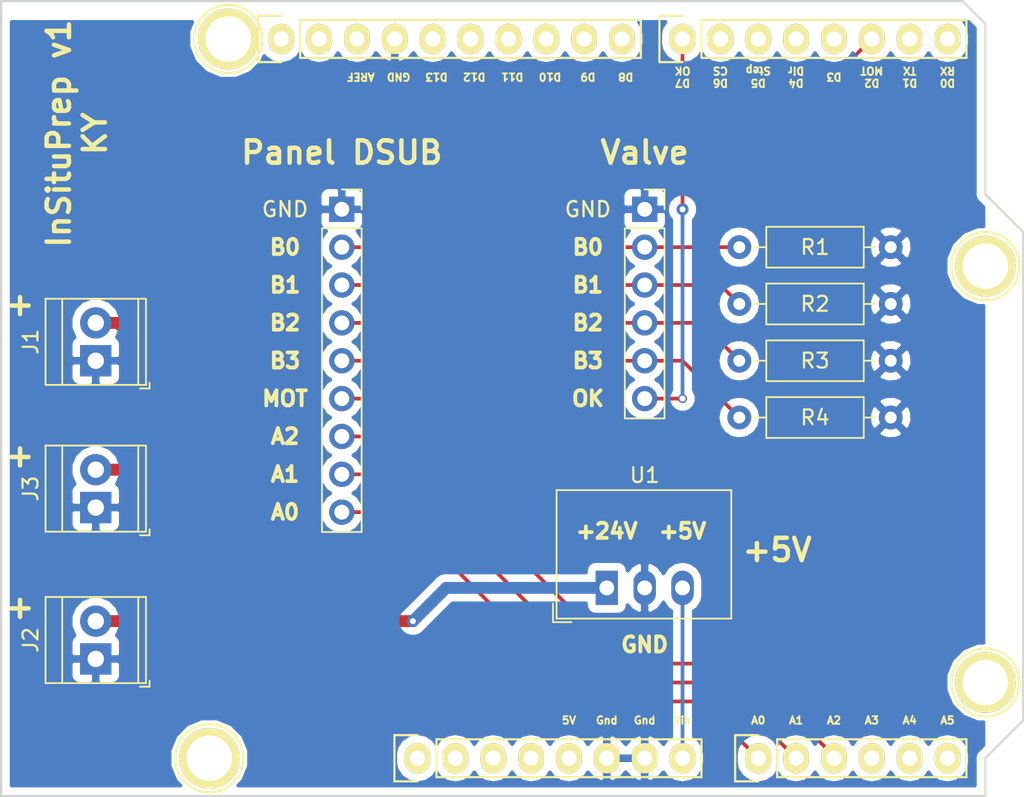
<source format=kicad_pcb>
(kicad_pcb (version 20171130) (host pcbnew "(5.0.1-3-g963ef8bb5)")

  (general
    (thickness 1.6002)
    (drawings 60)
    (tracks 53)
    (zones 0)
    (modules 18)
    (nets 40)
  )

  (page A4)
  (title_block
    (date "lun. 30 mars 2015")
  )

  (layers
    (0 F.Cu signal)
    (31 B.Cu signal hide)
    (32 B.Adhes user)
    (33 F.Adhes user)
    (34 B.Paste user)
    (35 F.Paste user)
    (36 B.SilkS user)
    (37 F.SilkS user)
    (38 B.Mask user)
    (39 F.Mask user)
    (40 Dwgs.User user)
    (41 Cmts.User user)
    (42 Eco1.User user)
    (43 Eco2.User user)
    (44 Edge.Cuts user)
    (45 Margin user)
    (46 B.CrtYd user hide)
    (47 F.CrtYd user hide)
    (48 B.Fab user hide)
    (49 F.Fab user hide)
  )

  (setup
    (last_trace_width 0.25)
    (trace_clearance 0.2)
    (zone_clearance 0.508)
    (zone_45_only no)
    (trace_min 0.1524)
    (segment_width 0.15)
    (edge_width 0.15)
    (via_size 0.8)
    (via_drill 0.4)
    (via_min_size 0.508)
    (via_min_drill 0.254)
    (uvia_size 0.3)
    (uvia_drill 0.1)
    (uvias_allowed no)
    (uvia_min_size 0.2)
    (uvia_min_drill 0.1)
    (pcb_text_width 0.127)
    (pcb_text_size 0.508 0.508)
    (mod_edge_width 0.15)
    (mod_text_size 1 1)
    (mod_text_width 0.15)
    (pad_size 4.064 4.064)
    (pad_drill 3.048)
    (pad_to_mask_clearance 0.0508)
    (solder_mask_min_width 0.25)
    (aux_axis_origin 110.998 126.365)
    (grid_origin 110.998 126.365)
    (visible_elements FFFFFF7F)
    (pcbplotparams
      (layerselection 0x00030_80000001)
      (usegerberextensions false)
      (usegerberattributes false)
      (usegerberadvancedattributes false)
      (creategerberjobfile false)
      (excludeedgelayer true)
      (linewidth 0.100000)
      (plotframeref false)
      (viasonmask false)
      (mode 1)
      (useauxorigin false)
      (hpglpennumber 1)
      (hpglpenspeed 20)
      (hpglpendiameter 15.000000)
      (psnegative false)
      (psa4output false)
      (plotreference true)
      (plotvalue true)
      (plotinvisibletext false)
      (padsonsilk false)
      (subtractmaskfromsilk false)
      (outputformat 1)
      (mirror false)
      (drillshape 1)
      (scaleselection 1)
      (outputdirectory ""))
  )

  (net 0 "")
  (net 1 /IOREF)
  (net 2 /Reset)
  (net 3 +5V)
  (net 4 GND)
  (net 5 /Vin)
  (net 6 /A0)
  (net 7 /A1)
  (net 8 /A2)
  (net 9 /A3)
  (net 10 /AREF)
  (net 11 "/A4(SDA)")
  (net 12 "/A5(SCL)")
  (net 13 "/9(**)")
  (net 14 /8)
  (net 15 /7)
  (net 16 "/6(**)")
  (net 17 "/5(**)")
  (net 18 /4)
  (net 19 "/3(**)")
  (net 20 /2)
  (net 21 "/1(Tx)")
  (net 22 "/0(Rx)")
  (net 23 "Net-(P5-Pad1)")
  (net 24 "Net-(P6-Pad1)")
  (net 25 "Net-(P7-Pad1)")
  (net 26 "Net-(P8-Pad1)")
  (net 27 "/13(SCK)")
  (net 28 "/10(**/SS)")
  (net 29 "Net-(P1-Pad1)")
  (net 30 +3V3)
  (net 31 "/12(MISO)")
  (net 32 "/11(**/MOSI)")
  (net 33 +24V)
  (net 34 /B0_in)
  (net 35 /B1_in)
  (net 36 /B2_in)
  (net 37 /B3_in)
  (net 38 /A5)
  (net 39 /A4)

  (net_class Default "This is the default net class."
    (clearance 0.2)
    (trace_width 0.25)
    (via_dia 0.8)
    (via_drill 0.4)
    (uvia_dia 0.3)
    (uvia_drill 0.1)
    (add_net +3V3)
    (add_net +5V)
    (add_net "/0(Rx)")
    (add_net "/1(Tx)")
    (add_net "/10(**/SS)")
    (add_net "/11(**/MOSI)")
    (add_net "/12(MISO)")
    (add_net "/13(SCK)")
    (add_net /2)
    (add_net "/3(**)")
    (add_net /4)
    (add_net "/5(**)")
    (add_net "/6(**)")
    (add_net /7)
    (add_net /8)
    (add_net "/9(**)")
    (add_net /A0)
    (add_net /A1)
    (add_net /A2)
    (add_net /A3)
    (add_net /A4)
    (add_net "/A4(SDA)")
    (add_net /A5)
    (add_net "/A5(SCL)")
    (add_net /AREF)
    (add_net /B0_in)
    (add_net /B1_in)
    (add_net /B2_in)
    (add_net /B3_in)
    (add_net /IOREF)
    (add_net /Reset)
    (add_net /Vin)
    (add_net GND)
    (add_net "Net-(P1-Pad1)")
    (add_net "Net-(P5-Pad1)")
    (add_net "Net-(P6-Pad1)")
    (add_net "Net-(P7-Pad1)")
    (add_net "Net-(P8-Pad1)")
  )

  (net_class 24V ""
    (clearance 0.2)
    (trace_width 0.8)
    (via_dia 0.8)
    (via_drill 0.4)
    (uvia_dia 0.3)
    (uvia_drill 0.1)
    (add_net +24V)
  )

  (module Socket_Arduino_Uno:Socket_Strip_Arduino_1x08 locked (layer F.Cu) (tedit 5BE25328) (tstamp 551AF9EA)
    (at 138.938 123.825)
    (descr "Through hole socket strip")
    (tags "socket strip")
    (path /56D70129)
    (fp_text reference P1 (at 8.89 -2.54) (layer F.SilkS) hide
      (effects (font (size 1 1) (thickness 0.15)))
    )
    (fp_text value Power (at 8.89 -4.064) (layer F.Fab)
      (effects (font (size 1 1) (thickness 0.15)))
    )
    (fp_line (start -1.75 -1.75) (end -1.75 1.75) (layer F.CrtYd) (width 0.05))
    (fp_line (start 19.55 -1.75) (end 19.55 1.75) (layer F.CrtYd) (width 0.05))
    (fp_line (start -1.75 -1.75) (end 19.55 -1.75) (layer F.CrtYd) (width 0.05))
    (fp_line (start -1.75 1.75) (end 19.55 1.75) (layer F.CrtYd) (width 0.05))
    (fp_line (start 1.27 1.27) (end 19.05 1.27) (layer F.SilkS) (width 0.15))
    (fp_line (start 19.05 1.27) (end 19.05 -1.27) (layer F.SilkS) (width 0.15))
    (fp_line (start 19.05 -1.27) (end 1.27 -1.27) (layer F.SilkS) (width 0.15))
    (fp_line (start -1.55 1.55) (end 0 1.55) (layer F.SilkS) (width 0.15))
    (fp_line (start 1.27 1.27) (end 1.27 -1.27) (layer F.SilkS) (width 0.15))
    (fp_line (start 0 -1.55) (end -1.55 -1.55) (layer F.SilkS) (width 0.15))
    (fp_line (start -1.55 -1.55) (end -1.55 1.55) (layer F.SilkS) (width 0.15))
    (pad 1 thru_hole oval (at 0 0) (size 1.7272 2.032) (drill 1.016) (layers *.Cu *.Mask F.SilkS)
      (net 29 "Net-(P1-Pad1)"))
    (pad 2 thru_hole oval (at 2.54 0) (size 1.7272 2.032) (drill 1.016) (layers *.Cu *.Mask F.SilkS)
      (net 1 /IOREF))
    (pad 3 thru_hole oval (at 5.08 0) (size 1.7272 2.032) (drill 1.016) (layers *.Cu *.Mask F.SilkS)
      (net 2 /Reset))
    (pad 4 thru_hole oval (at 7.62 0) (size 1.7272 2.032) (drill 1.016) (layers *.Cu *.Mask F.SilkS)
      (net 30 +3V3))
    (pad 5 thru_hole oval (at 10.16 0) (size 1.7272 2.032) (drill 1.016) (layers *.Cu *.Mask F.SilkS)
      (net 3 +5V))
    (pad 6 thru_hole oval (at 12.7 0) (size 1.7272 2.032) (drill 1.016) (layers *.Cu *.Mask F.SilkS)
      (net 4 GND))
    (pad 7 thru_hole oval (at 15.24 0) (size 1.7272 2.032) (drill 1.016) (layers *.Cu *.Mask F.SilkS)
      (net 4 GND))
    (pad 8 thru_hole oval (at 17.78 0) (size 1.7272 2.032) (drill 1.016) (layers *.Cu *.Mask F.SilkS)
      (net 5 /Vin))
    (model ${KIPRJMOD}/Socket_Arduino_Uno.3dshapes/Socket_header_Arduino_1x08.wrl
      (offset (xyz 8.889999866485596 0 0))
      (scale (xyz 1 1 1))
      (rotate (xyz 0 0 180))
    )
  )

  (module Socket_Arduino_Uno:Socket_Strip_Arduino_1x06 locked (layer F.Cu) (tedit 5BE25315) (tstamp 551AF9FF)
    (at 161.798 123.825)
    (descr "Through hole socket strip")
    (tags "socket strip")
    (path /56D70DD8)
    (fp_text reference P2 (at 6.604 -2.54) (layer F.SilkS) hide
      (effects (font (size 1 1) (thickness 0.15)))
    )
    (fp_text value Analog (at 6.604 -4.064) (layer F.Fab)
      (effects (font (size 1 1) (thickness 0.15)))
    )
    (fp_line (start -1.75 -1.75) (end -1.75 1.75) (layer F.CrtYd) (width 0.05))
    (fp_line (start 14.45 -1.75) (end 14.45 1.75) (layer F.CrtYd) (width 0.05))
    (fp_line (start -1.75 -1.75) (end 14.45 -1.75) (layer F.CrtYd) (width 0.05))
    (fp_line (start -1.75 1.75) (end 14.45 1.75) (layer F.CrtYd) (width 0.05))
    (fp_line (start 1.27 1.27) (end 13.97 1.27) (layer F.SilkS) (width 0.15))
    (fp_line (start 13.97 1.27) (end 13.97 -1.27) (layer F.SilkS) (width 0.15))
    (fp_line (start 13.97 -1.27) (end 1.27 -1.27) (layer F.SilkS) (width 0.15))
    (fp_line (start -1.55 1.55) (end 0 1.55) (layer F.SilkS) (width 0.15))
    (fp_line (start 1.27 1.27) (end 1.27 -1.27) (layer F.SilkS) (width 0.15))
    (fp_line (start 0 -1.55) (end -1.55 -1.55) (layer F.SilkS) (width 0.15))
    (fp_line (start -1.55 -1.55) (end -1.55 1.55) (layer F.SilkS) (width 0.15))
    (pad 1 thru_hole oval (at 0 0) (size 1.7272 2.032) (drill 1.016) (layers *.Cu *.Mask F.SilkS)
      (net 6 /A0))
    (pad 2 thru_hole oval (at 2.54 0) (size 1.7272 2.032) (drill 1.016) (layers *.Cu *.Mask F.SilkS)
      (net 7 /A1))
    (pad 3 thru_hole oval (at 5.08 0) (size 1.7272 2.032) (drill 1.016) (layers *.Cu *.Mask F.SilkS)
      (net 8 /A2))
    (pad 4 thru_hole oval (at 7.62 0) (size 1.7272 2.032) (drill 1.016) (layers *.Cu *.Mask F.SilkS)
      (net 9 /A3))
    (pad 5 thru_hole oval (at 10.16 0) (size 1.7272 2.032) (drill 1.016) (layers *.Cu *.Mask F.SilkS)
      (net 11 "/A4(SDA)"))
    (pad 6 thru_hole oval (at 12.7 0) (size 1.7272 2.032) (drill 1.016) (layers *.Cu *.Mask F.SilkS)
      (net 12 "/A5(SCL)"))
    (model ${KIPRJMOD}/Socket_Arduino_Uno.3dshapes/Socket_header_Arduino_1x06.wrl
      (offset (xyz 6.349999904632568 0 0))
      (scale (xyz 1 1 1))
      (rotate (xyz 0 0 180))
    )
  )

  (module Socket_Arduino_Uno:Socket_Strip_Arduino_1x10 locked (layer F.Cu) (tedit 5BE25304) (tstamp 551AFA18)
    (at 129.794 75.565)
    (descr "Through hole socket strip")
    (tags "socket strip")
    (path /56D721E0)
    (fp_text reference P3 (at 11.43 2.794) (layer F.SilkS) hide
      (effects (font (size 1 1) (thickness 0.15)))
    )
    (fp_text value Digital (at 11.43 4.318) (layer F.Fab)
      (effects (font (size 1 1) (thickness 0.15)))
    )
    (fp_line (start -1.75 -1.75) (end -1.75 1.75) (layer F.CrtYd) (width 0.05))
    (fp_line (start 24.65 -1.75) (end 24.65 1.75) (layer F.CrtYd) (width 0.05))
    (fp_line (start -1.75 -1.75) (end 24.65 -1.75) (layer F.CrtYd) (width 0.05))
    (fp_line (start -1.75 1.75) (end 24.65 1.75) (layer F.CrtYd) (width 0.05))
    (fp_line (start 1.27 1.27) (end 24.13 1.27) (layer F.SilkS) (width 0.15))
    (fp_line (start 24.13 1.27) (end 24.13 -1.27) (layer F.SilkS) (width 0.15))
    (fp_line (start 24.13 -1.27) (end 1.27 -1.27) (layer F.SilkS) (width 0.15))
    (fp_line (start -1.55 1.55) (end 0 1.55) (layer F.SilkS) (width 0.15))
    (fp_line (start 1.27 1.27) (end 1.27 -1.27) (layer F.SilkS) (width 0.15))
    (fp_line (start 0 -1.55) (end -1.55 -1.55) (layer F.SilkS) (width 0.15))
    (fp_line (start -1.55 -1.55) (end -1.55 1.55) (layer F.SilkS) (width 0.15))
    (pad 1 thru_hole oval (at 0 0) (size 1.7272 2.032) (drill 1.016) (layers *.Cu *.Mask F.SilkS)
      (net 38 /A5))
    (pad 2 thru_hole oval (at 2.54 0) (size 1.7272 2.032) (drill 1.016) (layers *.Cu *.Mask F.SilkS)
      (net 39 /A4))
    (pad 3 thru_hole oval (at 5.08 0) (size 1.7272 2.032) (drill 1.016) (layers *.Cu *.Mask F.SilkS)
      (net 10 /AREF))
    (pad 4 thru_hole oval (at 7.62 0) (size 1.7272 2.032) (drill 1.016) (layers *.Cu *.Mask F.SilkS)
      (net 4 GND))
    (pad 5 thru_hole oval (at 10.16 0) (size 1.7272 2.032) (drill 1.016) (layers *.Cu *.Mask F.SilkS)
      (net 27 "/13(SCK)"))
    (pad 6 thru_hole oval (at 12.7 0) (size 1.7272 2.032) (drill 1.016) (layers *.Cu *.Mask F.SilkS)
      (net 31 "/12(MISO)"))
    (pad 7 thru_hole oval (at 15.24 0) (size 1.7272 2.032) (drill 1.016) (layers *.Cu *.Mask F.SilkS)
      (net 32 "/11(**/MOSI)"))
    (pad 8 thru_hole oval (at 17.78 0) (size 1.7272 2.032) (drill 1.016) (layers *.Cu *.Mask F.SilkS)
      (net 28 "/10(**/SS)"))
    (pad 9 thru_hole oval (at 20.32 0) (size 1.7272 2.032) (drill 1.016) (layers *.Cu *.Mask F.SilkS)
      (net 13 "/9(**)"))
    (pad 10 thru_hole oval (at 22.86 0) (size 1.7272 2.032) (drill 1.016) (layers *.Cu *.Mask F.SilkS)
      (net 14 /8))
    (model ${KIPRJMOD}/Socket_Arduino_Uno.3dshapes/Socket_header_Arduino_1x10.wrl
      (offset (xyz 11.42999982833862 0 0))
      (scale (xyz 1 1 1))
      (rotate (xyz 0 0 180))
    )
  )

  (module Socket_Arduino_Uno:Socket_Strip_Arduino_1x08 locked (layer F.Cu) (tedit 5BE252F1) (tstamp 551AFA2F)
    (at 156.718 75.565)
    (descr "Through hole socket strip")
    (tags "socket strip")
    (path /56D7164F)
    (fp_text reference P4 (at 8.89 2.794) (layer F.SilkS) hide
      (effects (font (size 1 1) (thickness 0.15)))
    )
    (fp_text value Digital (at 8.89 4.318) (layer F.Fab)
      (effects (font (size 1 1) (thickness 0.15)))
    )
    (fp_line (start -1.75 -1.75) (end -1.75 1.75) (layer F.CrtYd) (width 0.05))
    (fp_line (start 19.55 -1.75) (end 19.55 1.75) (layer F.CrtYd) (width 0.05))
    (fp_line (start -1.75 -1.75) (end 19.55 -1.75) (layer F.CrtYd) (width 0.05))
    (fp_line (start -1.75 1.75) (end 19.55 1.75) (layer F.CrtYd) (width 0.05))
    (fp_line (start 1.27 1.27) (end 19.05 1.27) (layer F.SilkS) (width 0.15))
    (fp_line (start 19.05 1.27) (end 19.05 -1.27) (layer F.SilkS) (width 0.15))
    (fp_line (start 19.05 -1.27) (end 1.27 -1.27) (layer F.SilkS) (width 0.15))
    (fp_line (start -1.55 1.55) (end 0 1.55) (layer F.SilkS) (width 0.15))
    (fp_line (start 1.27 1.27) (end 1.27 -1.27) (layer F.SilkS) (width 0.15))
    (fp_line (start 0 -1.55) (end -1.55 -1.55) (layer F.SilkS) (width 0.15))
    (fp_line (start -1.55 -1.55) (end -1.55 1.55) (layer F.SilkS) (width 0.15))
    (pad 1 thru_hole oval (at 0 0) (size 1.7272 2.032) (drill 1.016) (layers *.Cu *.Mask F.SilkS)
      (net 15 /7))
    (pad 2 thru_hole oval (at 2.54 0) (size 1.7272 2.032) (drill 1.016) (layers *.Cu *.Mask F.SilkS)
      (net 16 "/6(**)"))
    (pad 3 thru_hole oval (at 5.08 0) (size 1.7272 2.032) (drill 1.016) (layers *.Cu *.Mask F.SilkS)
      (net 17 "/5(**)"))
    (pad 4 thru_hole oval (at 7.62 0) (size 1.7272 2.032) (drill 1.016) (layers *.Cu *.Mask F.SilkS)
      (net 18 /4))
    (pad 5 thru_hole oval (at 10.16 0) (size 1.7272 2.032) (drill 1.016) (layers *.Cu *.Mask F.SilkS)
      (net 19 "/3(**)"))
    (pad 6 thru_hole oval (at 12.7 0) (size 1.7272 2.032) (drill 1.016) (layers *.Cu *.Mask F.SilkS)
      (net 20 /2))
    (pad 7 thru_hole oval (at 15.24 0) (size 1.7272 2.032) (drill 1.016) (layers *.Cu *.Mask F.SilkS)
      (net 21 "/1(Tx)"))
    (pad 8 thru_hole oval (at 17.78 0) (size 1.7272 2.032) (drill 1.016) (layers *.Cu *.Mask F.SilkS)
      (net 22 "/0(Rx)"))
    (model ${KIPRJMOD}/Socket_Arduino_Uno.3dshapes/Socket_header_Arduino_1x08.wrl
      (offset (xyz 8.889999866485596 0 0))
      (scale (xyz 1 1 1))
      (rotate (xyz 0 0 180))
    )
  )

  (module Socket_Arduino_Uno:Arduino_1pin locked (layer F.Cu) (tedit 5524FC39) (tstamp 5524FC3F)
    (at 124.968 123.825)
    (descr "module 1 pin (ou trou mecanique de percage)")
    (tags DEV)
    (path /56D71177)
    (fp_text reference P5 (at 0 -3.048) (layer F.SilkS) hide
      (effects (font (size 1 1) (thickness 0.15)))
    )
    (fp_text value CONN_01X01 (at 0 2.794) (layer F.Fab) hide
      (effects (font (size 1 1) (thickness 0.15)))
    )
    (fp_circle (center 0 0) (end 0 -2.286) (layer F.SilkS) (width 0.15))
    (pad 1 thru_hole circle (at 0 0) (size 4.064 4.064) (drill 3.048) (layers *.Cu *.Mask F.SilkS)
      (net 23 "Net-(P5-Pad1)"))
  )

  (module Socket_Arduino_Uno:Arduino_1pin locked (layer F.Cu) (tedit 5524FC4A) (tstamp 5524FC44)
    (at 177.038 118.745)
    (descr "module 1 pin (ou trou mecanique de percage)")
    (tags DEV)
    (path /56D71274)
    (fp_text reference P6 (at 0 -3.048) (layer F.SilkS) hide
      (effects (font (size 1 1) (thickness 0.15)))
    )
    (fp_text value CONN_01X01 (at 0 2.794) (layer F.Fab) hide
      (effects (font (size 1 1) (thickness 0.15)))
    )
    (fp_circle (center 0 0) (end 0 -2.286) (layer F.SilkS) (width 0.15))
    (pad 1 thru_hole circle (at 0 0) (size 4.064 4.064) (drill 3.048) (layers *.Cu *.Mask F.SilkS)
      (net 24 "Net-(P6-Pad1)"))
  )

  (module Socket_Arduino_Uno:Arduino_1pin locked (layer F.Cu) (tedit 5524FC2F) (tstamp 5524FC49)
    (at 126.238 75.565)
    (descr "module 1 pin (ou trou mecanique de percage)")
    (tags DEV)
    (path /56D712A8)
    (fp_text reference P7 (at 0 -3.048) (layer F.SilkS) hide
      (effects (font (size 1 1) (thickness 0.15)))
    )
    (fp_text value CONN_01X01 (at 0 2.794) (layer F.Fab) hide
      (effects (font (size 1 1) (thickness 0.15)))
    )
    (fp_circle (center 0 0) (end 0 -2.286) (layer F.SilkS) (width 0.15))
    (pad 1 thru_hole circle (at 0 0) (size 4.064 4.064) (drill 3.048) (layers *.Cu *.Mask F.SilkS)
      (net 25 "Net-(P7-Pad1)"))
  )

  (module Socket_Arduino_Uno:Arduino_1pin locked (layer F.Cu) (tedit 5524FC41) (tstamp 5524FC4E)
    (at 177.038 90.805)
    (descr "module 1 pin (ou trou mecanique de percage)")
    (tags DEV)
    (path /56D712DB)
    (fp_text reference P8 (at 0 -3.048) (layer F.SilkS) hide
      (effects (font (size 1 1) (thickness 0.15)))
    )
    (fp_text value CONN_01X01 (at 0 2.794) (layer F.Fab) hide
      (effects (font (size 1 1) (thickness 0.15)))
    )
    (fp_circle (center 0 0) (end 0 -2.286) (layer F.SilkS) (width 0.15))
    (pad 1 thru_hole circle (at 0 0) (size 4.064 4.064) (drill 3.048) (layers *.Cu *.Mask F.SilkS)
      (net 26 "Net-(P8-Pad1)"))
  )

  (module Connector_PinSocket_2.54mm:PinSocket_1x09_P2.54mm_Vertical (layer F.Cu) (tedit 5BE2540F) (tstamp 5BEE3BF4)
    (at 133.858 86.995)
    (descr "Through hole straight socket strip, 1x09, 2.54mm pitch, single row (from Kicad 4.0.7), script generated")
    (tags "Through hole socket strip THT 1x09 2.54mm single row")
    (path /5BE1EA56)
    (fp_text reference J4 (at 0 -2.77) (layer F.SilkS) hide
      (effects (font (size 1 1) (thickness 0.15)))
    )
    (fp_text value DSub_in_header (at 0 23.09) (layer F.Fab)
      (effects (font (size 1 1) (thickness 0.15)))
    )
    (fp_line (start -1.27 -1.27) (end 0.635 -1.27) (layer F.Fab) (width 0.1))
    (fp_line (start 0.635 -1.27) (end 1.27 -0.635) (layer F.Fab) (width 0.1))
    (fp_line (start 1.27 -0.635) (end 1.27 21.59) (layer F.Fab) (width 0.1))
    (fp_line (start 1.27 21.59) (end -1.27 21.59) (layer F.Fab) (width 0.1))
    (fp_line (start -1.27 21.59) (end -1.27 -1.27) (layer F.Fab) (width 0.1))
    (fp_line (start -1.33 1.27) (end 1.33 1.27) (layer F.SilkS) (width 0.12))
    (fp_line (start -1.33 1.27) (end -1.33 21.65) (layer F.SilkS) (width 0.12))
    (fp_line (start -1.33 21.65) (end 1.33 21.65) (layer F.SilkS) (width 0.12))
    (fp_line (start 1.33 1.27) (end 1.33 21.65) (layer F.SilkS) (width 0.12))
    (fp_line (start 1.33 -1.33) (end 1.33 0) (layer F.SilkS) (width 0.12))
    (fp_line (start 0 -1.33) (end 1.33 -1.33) (layer F.SilkS) (width 0.12))
    (fp_line (start -1.8 -1.8) (end 1.75 -1.8) (layer F.CrtYd) (width 0.05))
    (fp_line (start 1.75 -1.8) (end 1.75 22.1) (layer F.CrtYd) (width 0.05))
    (fp_line (start 1.75 22.1) (end -1.8 22.1) (layer F.CrtYd) (width 0.05))
    (fp_line (start -1.8 22.1) (end -1.8 -1.8) (layer F.CrtYd) (width 0.05))
    (fp_text user %R (at 0 10.16 90) (layer F.Fab)
      (effects (font (size 1 1) (thickness 0.15)))
    )
    (pad 1 thru_hole rect (at 0 0) (size 1.7 1.7) (drill 1) (layers *.Cu *.Mask)
      (net 4 GND))
    (pad 2 thru_hole oval (at 0 2.54) (size 1.7 1.7) (drill 1) (layers *.Cu *.Mask)
      (net 34 /B0_in))
    (pad 3 thru_hole oval (at 0 5.08) (size 1.7 1.7) (drill 1) (layers *.Cu *.Mask)
      (net 35 /B1_in))
    (pad 4 thru_hole oval (at 0 7.62) (size 1.7 1.7) (drill 1) (layers *.Cu *.Mask)
      (net 36 /B2_in))
    (pad 5 thru_hole oval (at 0 10.16) (size 1.7 1.7) (drill 1) (layers *.Cu *.Mask)
      (net 37 /B3_in))
    (pad 6 thru_hole oval (at 0 12.7) (size 1.7 1.7) (drill 1) (layers *.Cu *.Mask)
      (net 20 /2))
    (pad 7 thru_hole oval (at 0 15.24) (size 1.7 1.7) (drill 1) (layers *.Cu *.Mask)
      (net 8 /A2))
    (pad 8 thru_hole oval (at 0 17.78) (size 1.7 1.7) (drill 1) (layers *.Cu *.Mask)
      (net 7 /A1))
    (pad 9 thru_hole oval (at 0 20.32) (size 1.7 1.7) (drill 1) (layers *.Cu *.Mask)
      (net 6 /A0))
    (model ${KISYS3DMOD}/Connector_PinSocket_2.54mm.3dshapes/PinSocket_1x09_P2.54mm_Vertical.wrl
      (at (xyz 0 0 0))
      (scale (xyz 1 1 1))
      (rotate (xyz 0 0 0))
    )
  )

  (module Connector_PinSocket_2.54mm:PinSocket_1x06_P2.54mm_Vertical (layer F.Cu) (tedit 5BE2540A) (tstamp 5BEE3C0E)
    (at 154.178 86.995)
    (descr "Through hole straight socket strip, 1x06, 2.54mm pitch, single row (from Kicad 4.0.7), script generated")
    (tags "Through hole socket strip THT 1x06 2.54mm single row")
    (path /5BE3AB16)
    (fp_text reference J5 (at 0 -2.77) (layer F.SilkS) hide
      (effects (font (size 1 1) (thickness 0.15)))
    )
    (fp_text value Valve_header (at 0 15.47) (layer F.Fab)
      (effects (font (size 1 1) (thickness 0.15)))
    )
    (fp_line (start -1.27 -1.27) (end 0.635 -1.27) (layer F.Fab) (width 0.1))
    (fp_line (start 0.635 -1.27) (end 1.27 -0.635) (layer F.Fab) (width 0.1))
    (fp_line (start 1.27 -0.635) (end 1.27 13.97) (layer F.Fab) (width 0.1))
    (fp_line (start 1.27 13.97) (end -1.27 13.97) (layer F.Fab) (width 0.1))
    (fp_line (start -1.27 13.97) (end -1.27 -1.27) (layer F.Fab) (width 0.1))
    (fp_line (start -1.33 1.27) (end 1.33 1.27) (layer F.SilkS) (width 0.12))
    (fp_line (start -1.33 1.27) (end -1.33 14.03) (layer F.SilkS) (width 0.12))
    (fp_line (start -1.33 14.03) (end 1.33 14.03) (layer F.SilkS) (width 0.12))
    (fp_line (start 1.33 1.27) (end 1.33 14.03) (layer F.SilkS) (width 0.12))
    (fp_line (start 1.33 -1.33) (end 1.33 0) (layer F.SilkS) (width 0.12))
    (fp_line (start 0 -1.33) (end 1.33 -1.33) (layer F.SilkS) (width 0.12))
    (fp_line (start -1.8 -1.8) (end 1.75 -1.8) (layer F.CrtYd) (width 0.05))
    (fp_line (start 1.75 -1.8) (end 1.75 14.45) (layer F.CrtYd) (width 0.05))
    (fp_line (start 1.75 14.45) (end -1.8 14.45) (layer F.CrtYd) (width 0.05))
    (fp_line (start -1.8 14.45) (end -1.8 -1.8) (layer F.CrtYd) (width 0.05))
    (fp_text user %R (at 0 6.35 90) (layer F.Fab)
      (effects (font (size 1 1) (thickness 0.15)))
    )
    (pad 1 thru_hole rect (at 0 0) (size 1.7 1.7) (drill 1) (layers *.Cu *.Mask)
      (net 4 GND))
    (pad 2 thru_hole oval (at 0 2.54) (size 1.7 1.7) (drill 1) (layers *.Cu *.Mask)
      (net 34 /B0_in))
    (pad 3 thru_hole oval (at 0 5.08) (size 1.7 1.7) (drill 1) (layers *.Cu *.Mask)
      (net 35 /B1_in))
    (pad 4 thru_hole oval (at 0 7.62) (size 1.7 1.7) (drill 1) (layers *.Cu *.Mask)
      (net 36 /B2_in))
    (pad 5 thru_hole oval (at 0 10.16) (size 1.7 1.7) (drill 1) (layers *.Cu *.Mask)
      (net 37 /B3_in))
    (pad 6 thru_hole oval (at 0 12.7) (size 1.7 1.7) (drill 1) (layers *.Cu *.Mask)
      (net 15 /7))
    (model ${KISYS3DMOD}/Connector_PinSocket_2.54mm.3dshapes/PinSocket_1x06_P2.54mm_Vertical.wrl
      (at (xyz 0 0 0))
      (scale (xyz 1 1 1))
      (rotate (xyz 0 0 0))
    )
  )

  (module Converter_DCDC:Converter_DCDC_RECOM_R-78E-0.5_THT (layer F.Cu) (tedit 5B741BB0) (tstamp 5BEE3C81)
    (at 151.638 112.395)
    (descr "DCDC-Converter, RECOM, RECOM_R-78E-0.5, SIP-3, pitch 2.54mm, package size 11.6x8.5x10.4mm^3, https://www.recom-power.com/pdf/Innoline/R-78Exx-0.5.pdf")
    (tags "dc-dc recom buck sip-3 pitch 2.54mm")
    (path /5BE50E25)
    (fp_text reference U1 (at 2.54 -7.56) (layer F.SilkS)
      (effects (font (size 1 1) (thickness 0.15)))
    )
    (fp_text value R-785.0-0.5 (at 2.54 3) (layer F.Fab)
      (effects (font (size 1 1) (thickness 0.15)))
    )
    (fp_line (start -3.31 -6.5) (end 8.29 -6.5) (layer F.Fab) (width 0.1))
    (fp_line (start 8.29 -6.5) (end 8.29 2) (layer F.Fab) (width 0.1))
    (fp_line (start 8.29 2) (end -2.31 2) (layer F.Fab) (width 0.1))
    (fp_line (start -2.31 2) (end -3.31 1) (layer F.Fab) (width 0.1))
    (fp_line (start -3.31 1) (end -3.31 -6.5) (layer F.Fab) (width 0.1))
    (fp_line (start -3.371 -6.56) (end 8.35 -6.56) (layer F.SilkS) (width 0.12))
    (fp_line (start -3.371 2.06) (end 8.35 2.06) (layer F.SilkS) (width 0.12))
    (fp_line (start -3.371 -6.56) (end -3.371 2.06) (layer F.SilkS) (width 0.12))
    (fp_line (start 8.35 -6.56) (end 8.35 2.06) (layer F.SilkS) (width 0.12))
    (fp_line (start -3.611 1.06) (end -3.611 2.3) (layer F.SilkS) (width 0.12))
    (fp_line (start -3.611 2.3) (end -2.371 2.3) (layer F.SilkS) (width 0.12))
    (fp_line (start -3.57 -6.75) (end -3.57 2.25) (layer F.CrtYd) (width 0.05))
    (fp_line (start -3.57 2.25) (end 8.54 2.25) (layer F.CrtYd) (width 0.05))
    (fp_line (start 8.54 2.25) (end 8.54 -6.75) (layer F.CrtYd) (width 0.05))
    (fp_line (start 8.54 -6.75) (end -3.57 -6.75) (layer F.CrtYd) (width 0.05))
    (fp_text user %R (at 2.54 -2.25) (layer F.Fab)
      (effects (font (size 1 1) (thickness 0.15)))
    )
    (pad 1 thru_hole rect (at 0 0) (size 1.5 2.3) (drill 1) (layers *.Cu *.Mask)
      (net 33 +24V))
    (pad 2 thru_hole oval (at 2.54 0) (size 1.5 2.3) (drill 1) (layers *.Cu *.Mask)
      (net 4 GND))
    (pad 3 thru_hole oval (at 5.08 0) (size 1.5 2.3) (drill 1) (layers *.Cu *.Mask)
      (net 5 /Vin))
    (model ${KISYS3DMOD}/Converter_DCDC.3dshapes/Converter_DCDC_RECOM_R-78E-0.5_THT.wrl
      (at (xyz 0 0 0))
      (scale (xyz 1 1 1))
      (rotate (xyz 0 0 0))
    )
  )

  (module TerminalBlock_TE-Connectivity:TerminalBlock_TE_282834-2_1x02_P2.54mm_Horizontal (layer F.Cu) (tedit 5B1EC513) (tstamp 5BEE45D6)
    (at 117.348 97.155 90)
    (descr "Terminal Block TE 282834-2, 2 pins, pitch 2.54mm, size 5.54x6.5mm^2, drill diamater 1.1mm, pad diameter 2.1mm, see http://www.te.com/commerce/DocumentDelivery/DDEController?Action=showdoc&DocId=Customer+Drawing%7F282834%7FC1%7Fpdf%7FEnglish%7FENG_CD_282834_C1.pdf, script-generated using https://github.com/pointhi/kicad-footprint-generator/scripts/TerminalBlock_TE-Connectivity")
    (tags "THT Terminal Block TE 282834-2 pitch 2.54mm size 5.54x6.5mm^2 drill 1.1mm pad 2.1mm")
    (path /5BE3D6C1)
    (fp_text reference J1 (at 1.27 -4.37 90) (layer F.SilkS)
      (effects (font (size 1 1) (thickness 0.15)))
    )
    (fp_text value 24V_in (at 1.27 4.37 90) (layer F.Fab)
      (effects (font (size 1 1) (thickness 0.15)))
    )
    (fp_circle (center 0 0) (end 1.1 0) (layer F.Fab) (width 0.1))
    (fp_circle (center 2.54 0) (end 3.64 0) (layer F.Fab) (width 0.1))
    (fp_line (start -1.5 -3.25) (end 4.04 -3.25) (layer F.Fab) (width 0.1))
    (fp_line (start 4.04 -3.25) (end 4.04 3.25) (layer F.Fab) (width 0.1))
    (fp_line (start 4.04 3.25) (end -1.1 3.25) (layer F.Fab) (width 0.1))
    (fp_line (start -1.1 3.25) (end -1.5 2.85) (layer F.Fab) (width 0.1))
    (fp_line (start -1.5 2.85) (end -1.5 -3.25) (layer F.Fab) (width 0.1))
    (fp_line (start -1.5 2.85) (end 4.04 2.85) (layer F.Fab) (width 0.1))
    (fp_line (start -1.62 2.85) (end 4.16 2.85) (layer F.SilkS) (width 0.12))
    (fp_line (start -1.5 -2.25) (end 4.04 -2.25) (layer F.Fab) (width 0.1))
    (fp_line (start -1.62 -2.25) (end 4.16 -2.25) (layer F.SilkS) (width 0.12))
    (fp_line (start -1.62 -3.37) (end 4.16 -3.37) (layer F.SilkS) (width 0.12))
    (fp_line (start -1.62 3.37) (end 4.16 3.37) (layer F.SilkS) (width 0.12))
    (fp_line (start -1.62 -3.37) (end -1.62 3.37) (layer F.SilkS) (width 0.12))
    (fp_line (start 4.16 -3.37) (end 4.16 3.37) (layer F.SilkS) (width 0.12))
    (fp_line (start 0.835 -0.7) (end -0.701 0.835) (layer F.Fab) (width 0.1))
    (fp_line (start 0.701 -0.835) (end -0.835 0.7) (layer F.Fab) (width 0.1))
    (fp_line (start 3.375 -0.7) (end 1.84 0.835) (layer F.Fab) (width 0.1))
    (fp_line (start 3.241 -0.835) (end 1.706 0.7) (layer F.Fab) (width 0.1))
    (fp_line (start -1.86 2.97) (end -1.86 3.61) (layer F.SilkS) (width 0.12))
    (fp_line (start -1.86 3.61) (end -1.46 3.61) (layer F.SilkS) (width 0.12))
    (fp_line (start -2 -3.75) (end -2 3.75) (layer F.CrtYd) (width 0.05))
    (fp_line (start -2 3.75) (end 4.54 3.75) (layer F.CrtYd) (width 0.05))
    (fp_line (start 4.54 3.75) (end 4.54 -3.75) (layer F.CrtYd) (width 0.05))
    (fp_line (start 4.54 -3.75) (end -2 -3.75) (layer F.CrtYd) (width 0.05))
    (fp_text user %R (at 1.27 2 90) (layer F.Fab)
      (effects (font (size 1 1) (thickness 0.15)))
    )
    (pad 1 thru_hole rect (at 0 0 90) (size 2.1 2.1) (drill 1.1) (layers *.Cu *.Mask)
      (net 4 GND))
    (pad 2 thru_hole circle (at 2.54 0 90) (size 2.1 2.1) (drill 1.1) (layers *.Cu *.Mask)
      (net 33 +24V))
    (model ${KISYS3DMOD}/TerminalBlock_TE-Connectivity.3dshapes/TerminalBlock_TE_282834-2_1x02_P2.54mm_Horizontal.wrl
      (at (xyz 0 0 0))
      (scale (xyz 1 1 1))
      (rotate (xyz 0 0 0))
    )
  )

  (module TerminalBlock_TE-Connectivity:TerminalBlock_TE_282834-2_1x02_P2.54mm_Horizontal (layer F.Cu) (tedit 5B1EC513) (tstamp 5BEE45F5)
    (at 117.348 117.165 90)
    (descr "Terminal Block TE 282834-2, 2 pins, pitch 2.54mm, size 5.54x6.5mm^2, drill diamater 1.1mm, pad diameter 2.1mm, see http://www.te.com/commerce/DocumentDelivery/DDEController?Action=showdoc&DocId=Customer+Drawing%7F282834%7FC1%7Fpdf%7FEnglish%7FENG_CD_282834_C1.pdf, script-generated using https://github.com/pointhi/kicad-footprint-generator/scripts/TerminalBlock_TE-Connectivity")
    (tags "THT Terminal Block TE 282834-2 pitch 2.54mm size 5.54x6.5mm^2 drill 1.1mm pad 2.1mm")
    (path /5BE3D795)
    (fp_text reference J2 (at 1.27 -4.37 90) (layer F.SilkS)
      (effects (font (size 1 1) (thickness 0.15)))
    )
    (fp_text value motor_pwr (at 1.27 4.37 90) (layer F.Fab)
      (effects (font (size 1 1) (thickness 0.15)))
    )
    (fp_text user %R (at 1.27 2 90) (layer F.Fab)
      (effects (font (size 1 1) (thickness 0.15)))
    )
    (fp_line (start 4.54 -3.75) (end -2 -3.75) (layer F.CrtYd) (width 0.05))
    (fp_line (start 4.54 3.75) (end 4.54 -3.75) (layer F.CrtYd) (width 0.05))
    (fp_line (start -2 3.75) (end 4.54 3.75) (layer F.CrtYd) (width 0.05))
    (fp_line (start -2 -3.75) (end -2 3.75) (layer F.CrtYd) (width 0.05))
    (fp_line (start -1.86 3.61) (end -1.46 3.61) (layer F.SilkS) (width 0.12))
    (fp_line (start -1.86 2.97) (end -1.86 3.61) (layer F.SilkS) (width 0.12))
    (fp_line (start 3.241 -0.835) (end 1.706 0.7) (layer F.Fab) (width 0.1))
    (fp_line (start 3.375 -0.7) (end 1.84 0.835) (layer F.Fab) (width 0.1))
    (fp_line (start 0.701 -0.835) (end -0.835 0.7) (layer F.Fab) (width 0.1))
    (fp_line (start 0.835 -0.7) (end -0.701 0.835) (layer F.Fab) (width 0.1))
    (fp_line (start 4.16 -3.37) (end 4.16 3.37) (layer F.SilkS) (width 0.12))
    (fp_line (start -1.62 -3.37) (end -1.62 3.37) (layer F.SilkS) (width 0.12))
    (fp_line (start -1.62 3.37) (end 4.16 3.37) (layer F.SilkS) (width 0.12))
    (fp_line (start -1.62 -3.37) (end 4.16 -3.37) (layer F.SilkS) (width 0.12))
    (fp_line (start -1.62 -2.25) (end 4.16 -2.25) (layer F.SilkS) (width 0.12))
    (fp_line (start -1.5 -2.25) (end 4.04 -2.25) (layer F.Fab) (width 0.1))
    (fp_line (start -1.62 2.85) (end 4.16 2.85) (layer F.SilkS) (width 0.12))
    (fp_line (start -1.5 2.85) (end 4.04 2.85) (layer F.Fab) (width 0.1))
    (fp_line (start -1.5 2.85) (end -1.5 -3.25) (layer F.Fab) (width 0.1))
    (fp_line (start -1.1 3.25) (end -1.5 2.85) (layer F.Fab) (width 0.1))
    (fp_line (start 4.04 3.25) (end -1.1 3.25) (layer F.Fab) (width 0.1))
    (fp_line (start 4.04 -3.25) (end 4.04 3.25) (layer F.Fab) (width 0.1))
    (fp_line (start -1.5 -3.25) (end 4.04 -3.25) (layer F.Fab) (width 0.1))
    (fp_circle (center 2.54 0) (end 3.64 0) (layer F.Fab) (width 0.1))
    (fp_circle (center 0 0) (end 1.1 0) (layer F.Fab) (width 0.1))
    (pad 2 thru_hole circle (at 2.54 0 90) (size 2.1 2.1) (drill 1.1) (layers *.Cu *.Mask)
      (net 33 +24V))
    (pad 1 thru_hole rect (at 0 0 90) (size 2.1 2.1) (drill 1.1) (layers *.Cu *.Mask)
      (net 4 GND))
    (model ${KISYS3DMOD}/TerminalBlock_TE-Connectivity.3dshapes/TerminalBlock_TE_282834-2_1x02_P2.54mm_Horizontal.wrl
      (at (xyz 0 0 0))
      (scale (xyz 1 1 1))
      (rotate (xyz 0 0 0))
    )
  )

  (module TerminalBlock_TE-Connectivity:TerminalBlock_TE_282834-2_1x02_P2.54mm_Horizontal (layer F.Cu) (tedit 5B1EC513) (tstamp 5BEE4614)
    (at 117.348 107.005 90)
    (descr "Terminal Block TE 282834-2, 2 pins, pitch 2.54mm, size 5.54x6.5mm^2, drill diamater 1.1mm, pad diameter 2.1mm, see http://www.te.com/commerce/DocumentDelivery/DDEController?Action=showdoc&DocId=Customer+Drawing%7F282834%7FC1%7Fpdf%7FEnglish%7FENG_CD_282834_C1.pdf, script-generated using https://github.com/pointhi/kicad-footprint-generator/scripts/TerminalBlock_TE-Connectivity")
    (tags "THT Terminal Block TE 282834-2 pitch 2.54mm size 5.54x6.5mm^2 drill 1.1mm pad 2.1mm")
    (path /5BE3D7D6)
    (fp_text reference J3 (at 1.27 -4.37 90) (layer F.SilkS)
      (effects (font (size 1 1) (thickness 0.15)))
    )
    (fp_text value valve_pwr (at 1.27 4.37 90) (layer F.Fab)
      (effects (font (size 1 1) (thickness 0.15)))
    )
    (fp_circle (center 0 0) (end 1.1 0) (layer F.Fab) (width 0.1))
    (fp_circle (center 2.54 0) (end 3.64 0) (layer F.Fab) (width 0.1))
    (fp_line (start -1.5 -3.25) (end 4.04 -3.25) (layer F.Fab) (width 0.1))
    (fp_line (start 4.04 -3.25) (end 4.04 3.25) (layer F.Fab) (width 0.1))
    (fp_line (start 4.04 3.25) (end -1.1 3.25) (layer F.Fab) (width 0.1))
    (fp_line (start -1.1 3.25) (end -1.5 2.85) (layer F.Fab) (width 0.1))
    (fp_line (start -1.5 2.85) (end -1.5 -3.25) (layer F.Fab) (width 0.1))
    (fp_line (start -1.5 2.85) (end 4.04 2.85) (layer F.Fab) (width 0.1))
    (fp_line (start -1.62 2.85) (end 4.16 2.85) (layer F.SilkS) (width 0.12))
    (fp_line (start -1.5 -2.25) (end 4.04 -2.25) (layer F.Fab) (width 0.1))
    (fp_line (start -1.62 -2.25) (end 4.16 -2.25) (layer F.SilkS) (width 0.12))
    (fp_line (start -1.62 -3.37) (end 4.16 -3.37) (layer F.SilkS) (width 0.12))
    (fp_line (start -1.62 3.37) (end 4.16 3.37) (layer F.SilkS) (width 0.12))
    (fp_line (start -1.62 -3.37) (end -1.62 3.37) (layer F.SilkS) (width 0.12))
    (fp_line (start 4.16 -3.37) (end 4.16 3.37) (layer F.SilkS) (width 0.12))
    (fp_line (start 0.835 -0.7) (end -0.701 0.835) (layer F.Fab) (width 0.1))
    (fp_line (start 0.701 -0.835) (end -0.835 0.7) (layer F.Fab) (width 0.1))
    (fp_line (start 3.375 -0.7) (end 1.84 0.835) (layer F.Fab) (width 0.1))
    (fp_line (start 3.241 -0.835) (end 1.706 0.7) (layer F.Fab) (width 0.1))
    (fp_line (start -1.86 2.97) (end -1.86 3.61) (layer F.SilkS) (width 0.12))
    (fp_line (start -1.86 3.61) (end -1.46 3.61) (layer F.SilkS) (width 0.12))
    (fp_line (start -2 -3.75) (end -2 3.75) (layer F.CrtYd) (width 0.05))
    (fp_line (start -2 3.75) (end 4.54 3.75) (layer F.CrtYd) (width 0.05))
    (fp_line (start 4.54 3.75) (end 4.54 -3.75) (layer F.CrtYd) (width 0.05))
    (fp_line (start 4.54 -3.75) (end -2 -3.75) (layer F.CrtYd) (width 0.05))
    (fp_text user %R (at 1.27 2 90) (layer F.Fab)
      (effects (font (size 1 1) (thickness 0.15)))
    )
    (pad 1 thru_hole rect (at 0 0 90) (size 2.1 2.1) (drill 1.1) (layers *.Cu *.Mask)
      (net 4 GND))
    (pad 2 thru_hole circle (at 2.54 0 90) (size 2.1 2.1) (drill 1.1) (layers *.Cu *.Mask)
      (net 33 +24V))
    (model ${KISYS3DMOD}/TerminalBlock_TE-Connectivity.3dshapes/TerminalBlock_TE_282834-2_1x02_P2.54mm_Horizontal.wrl
      (at (xyz 0 0 0))
      (scale (xyz 1 1 1))
      (rotate (xyz 0 0 0))
    )
  )

  (module Resistor_THT:R_Axial_DIN0207_L6.3mm_D2.5mm_P10.16mm_Horizontal (layer F.Cu) (tedit 5AE5139B) (tstamp 5BEE46B8)
    (at 170.688 89.535 180)
    (descr "Resistor, Axial_DIN0207 series, Axial, Horizontal, pin pitch=10.16mm, 0.25W = 1/4W, length*diameter=6.3*2.5mm^2, http://cdn-reichelt.de/documents/datenblatt/B400/1_4W%23YAG.pdf")
    (tags "Resistor Axial_DIN0207 series Axial Horizontal pin pitch 10.16mm 0.25W = 1/4W length 6.3mm diameter 2.5mm")
    (path /5BE1BE10)
    (fp_text reference R1 (at 5.08 0 180) (layer F.SilkS)
      (effects (font (size 1 1) (thickness 0.15)))
    )
    (fp_text value 10k (at 5.08 2.37 180) (layer F.Fab)
      (effects (font (size 1 1) (thickness 0.15)))
    )
    (fp_line (start 1.93 -1.25) (end 1.93 1.25) (layer F.Fab) (width 0.1))
    (fp_line (start 1.93 1.25) (end 8.23 1.25) (layer F.Fab) (width 0.1))
    (fp_line (start 8.23 1.25) (end 8.23 -1.25) (layer F.Fab) (width 0.1))
    (fp_line (start 8.23 -1.25) (end 1.93 -1.25) (layer F.Fab) (width 0.1))
    (fp_line (start 0 0) (end 1.93 0) (layer F.Fab) (width 0.1))
    (fp_line (start 10.16 0) (end 8.23 0) (layer F.Fab) (width 0.1))
    (fp_line (start 1.81 -1.37) (end 1.81 1.37) (layer F.SilkS) (width 0.12))
    (fp_line (start 1.81 1.37) (end 8.35 1.37) (layer F.SilkS) (width 0.12))
    (fp_line (start 8.35 1.37) (end 8.35 -1.37) (layer F.SilkS) (width 0.12))
    (fp_line (start 8.35 -1.37) (end 1.81 -1.37) (layer F.SilkS) (width 0.12))
    (fp_line (start 1.04 0) (end 1.81 0) (layer F.SilkS) (width 0.12))
    (fp_line (start 9.12 0) (end 8.35 0) (layer F.SilkS) (width 0.12))
    (fp_line (start -1.05 -1.5) (end -1.05 1.5) (layer F.CrtYd) (width 0.05))
    (fp_line (start -1.05 1.5) (end 11.21 1.5) (layer F.CrtYd) (width 0.05))
    (fp_line (start 11.21 1.5) (end 11.21 -1.5) (layer F.CrtYd) (width 0.05))
    (fp_line (start 11.21 -1.5) (end -1.05 -1.5) (layer F.CrtYd) (width 0.05))
    (fp_text user %R (at 5.08 0 180) (layer F.Fab)
      (effects (font (size 1 1) (thickness 0.15)))
    )
    (pad 1 thru_hole circle (at 0 0 180) (size 1.6 1.6) (drill 0.8) (layers *.Cu *.Mask)
      (net 4 GND))
    (pad 2 thru_hole oval (at 10.16 0 180) (size 1.6 1.6) (drill 0.8) (layers *.Cu *.Mask)
      (net 34 /B0_in))
    (model ${KISYS3DMOD}/Resistor_THT.3dshapes/R_Axial_DIN0207_L6.3mm_D2.5mm_P10.16mm_Horizontal.wrl
      (at (xyz 0 0 0))
      (scale (xyz 1 1 1))
      (rotate (xyz 0 0 0))
    )
  )

  (module Resistor_THT:R_Axial_DIN0207_L6.3mm_D2.5mm_P10.16mm_Horizontal (layer F.Cu) (tedit 5AE5139B) (tstamp 5BEE4832)
    (at 170.688 93.345 180)
    (descr "Resistor, Axial_DIN0207 series, Axial, Horizontal, pin pitch=10.16mm, 0.25W = 1/4W, length*diameter=6.3*2.5mm^2, http://cdn-reichelt.de/documents/datenblatt/B400/1_4W%23YAG.pdf")
    (tags "Resistor Axial_DIN0207 series Axial Horizontal pin pitch 10.16mm 0.25W = 1/4W length 6.3mm diameter 2.5mm")
    (path /5BE1BFB8)
    (fp_text reference R2 (at 5.08 0 180) (layer F.SilkS)
      (effects (font (size 1 1) (thickness 0.15)))
    )
    (fp_text value 10k (at 5.08 2.37 180) (layer F.Fab)
      (effects (font (size 1 1) (thickness 0.15)))
    )
    (fp_text user %R (at 5.08 0 180) (layer F.Fab)
      (effects (font (size 1 1) (thickness 0.15)))
    )
    (fp_line (start 11.21 -1.5) (end -1.05 -1.5) (layer F.CrtYd) (width 0.05))
    (fp_line (start 11.21 1.5) (end 11.21 -1.5) (layer F.CrtYd) (width 0.05))
    (fp_line (start -1.05 1.5) (end 11.21 1.5) (layer F.CrtYd) (width 0.05))
    (fp_line (start -1.05 -1.5) (end -1.05 1.5) (layer F.CrtYd) (width 0.05))
    (fp_line (start 9.12 0) (end 8.35 0) (layer F.SilkS) (width 0.12))
    (fp_line (start 1.04 0) (end 1.81 0) (layer F.SilkS) (width 0.12))
    (fp_line (start 8.35 -1.37) (end 1.81 -1.37) (layer F.SilkS) (width 0.12))
    (fp_line (start 8.35 1.37) (end 8.35 -1.37) (layer F.SilkS) (width 0.12))
    (fp_line (start 1.81 1.37) (end 8.35 1.37) (layer F.SilkS) (width 0.12))
    (fp_line (start 1.81 -1.37) (end 1.81 1.37) (layer F.SilkS) (width 0.12))
    (fp_line (start 10.16 0) (end 8.23 0) (layer F.Fab) (width 0.1))
    (fp_line (start 0 0) (end 1.93 0) (layer F.Fab) (width 0.1))
    (fp_line (start 8.23 -1.25) (end 1.93 -1.25) (layer F.Fab) (width 0.1))
    (fp_line (start 8.23 1.25) (end 8.23 -1.25) (layer F.Fab) (width 0.1))
    (fp_line (start 1.93 1.25) (end 8.23 1.25) (layer F.Fab) (width 0.1))
    (fp_line (start 1.93 -1.25) (end 1.93 1.25) (layer F.Fab) (width 0.1))
    (pad 2 thru_hole oval (at 10.16 0 180) (size 1.6 1.6) (drill 0.8) (layers *.Cu *.Mask)
      (net 35 /B1_in))
    (pad 1 thru_hole circle (at 0 0 180) (size 1.6 1.6) (drill 0.8) (layers *.Cu *.Mask)
      (net 4 GND))
    (model ${KISYS3DMOD}/Resistor_THT.3dshapes/R_Axial_DIN0207_L6.3mm_D2.5mm_P10.16mm_Horizontal.wrl
      (at (xyz 0 0 0))
      (scale (xyz 1 1 1))
      (rotate (xyz 0 0 0))
    )
  )

  (module Resistor_THT:R_Axial_DIN0207_L6.3mm_D2.5mm_P10.16mm_Horizontal (layer F.Cu) (tedit 5AE5139B) (tstamp 5BEE465F)
    (at 170.688 97.155 180)
    (descr "Resistor, Axial_DIN0207 series, Axial, Horizontal, pin pitch=10.16mm, 0.25W = 1/4W, length*diameter=6.3*2.5mm^2, http://cdn-reichelt.de/documents/datenblatt/B400/1_4W%23YAG.pdf")
    (tags "Resistor Axial_DIN0207 series Axial Horizontal pin pitch 10.16mm 0.25W = 1/4W length 6.3mm diameter 2.5mm")
    (path /5BE1C167)
    (fp_text reference R3 (at 5.08 0 180) (layer F.SilkS)
      (effects (font (size 1 1) (thickness 0.15)))
    )
    (fp_text value 10k (at 5.08 2.37 180) (layer F.Fab)
      (effects (font (size 1 1) (thickness 0.15)))
    )
    (fp_line (start 1.93 -1.25) (end 1.93 1.25) (layer F.Fab) (width 0.1))
    (fp_line (start 1.93 1.25) (end 8.23 1.25) (layer F.Fab) (width 0.1))
    (fp_line (start 8.23 1.25) (end 8.23 -1.25) (layer F.Fab) (width 0.1))
    (fp_line (start 8.23 -1.25) (end 1.93 -1.25) (layer F.Fab) (width 0.1))
    (fp_line (start 0 0) (end 1.93 0) (layer F.Fab) (width 0.1))
    (fp_line (start 10.16 0) (end 8.23 0) (layer F.Fab) (width 0.1))
    (fp_line (start 1.81 -1.37) (end 1.81 1.37) (layer F.SilkS) (width 0.12))
    (fp_line (start 1.81 1.37) (end 8.35 1.37) (layer F.SilkS) (width 0.12))
    (fp_line (start 8.35 1.37) (end 8.35 -1.37) (layer F.SilkS) (width 0.12))
    (fp_line (start 8.35 -1.37) (end 1.81 -1.37) (layer F.SilkS) (width 0.12))
    (fp_line (start 1.04 0) (end 1.81 0) (layer F.SilkS) (width 0.12))
    (fp_line (start 9.12 0) (end 8.35 0) (layer F.SilkS) (width 0.12))
    (fp_line (start -1.05 -1.5) (end -1.05 1.5) (layer F.CrtYd) (width 0.05))
    (fp_line (start -1.05 1.5) (end 11.21 1.5) (layer F.CrtYd) (width 0.05))
    (fp_line (start 11.21 1.5) (end 11.21 -1.5) (layer F.CrtYd) (width 0.05))
    (fp_line (start 11.21 -1.5) (end -1.05 -1.5) (layer F.CrtYd) (width 0.05))
    (fp_text user %R (at 5.08 0 180) (layer F.Fab)
      (effects (font (size 1 1) (thickness 0.15)))
    )
    (pad 1 thru_hole circle (at 0 0 180) (size 1.6 1.6) (drill 0.8) (layers *.Cu *.Mask)
      (net 4 GND))
    (pad 2 thru_hole oval (at 10.16 0 180) (size 1.6 1.6) (drill 0.8) (layers *.Cu *.Mask)
      (net 36 /B2_in))
    (model ${KISYS3DMOD}/Resistor_THT.3dshapes/R_Axial_DIN0207_L6.3mm_D2.5mm_P10.16mm_Horizontal.wrl
      (at (xyz 0 0 0))
      (scale (xyz 1 1 1))
      (rotate (xyz 0 0 0))
    )
  )

  (module Resistor_THT:R_Axial_DIN0207_L6.3mm_D2.5mm_P10.16mm_Horizontal (layer F.Cu) (tedit 5AE5139B) (tstamp 5BEE4675)
    (at 170.688 100.965 180)
    (descr "Resistor, Axial_DIN0207 series, Axial, Horizontal, pin pitch=10.16mm, 0.25W = 1/4W, length*diameter=6.3*2.5mm^2, http://cdn-reichelt.de/documents/datenblatt/B400/1_4W%23YAG.pdf")
    (tags "Resistor Axial_DIN0207 series Axial Horizontal pin pitch 10.16mm 0.25W = 1/4W length 6.3mm diameter 2.5mm")
    (path /5BE1C191)
    (fp_text reference R4 (at 5.08 0 180) (layer F.SilkS)
      (effects (font (size 1 1) (thickness 0.15)))
    )
    (fp_text value 10k (at 5.08 2.37 180) (layer F.Fab)
      (effects (font (size 1 1) (thickness 0.15)))
    )
    (fp_text user %R (at 5.08 0 180) (layer F.Fab)
      (effects (font (size 1 1) (thickness 0.15)))
    )
    (fp_line (start 11.21 -1.5) (end -1.05 -1.5) (layer F.CrtYd) (width 0.05))
    (fp_line (start 11.21 1.5) (end 11.21 -1.5) (layer F.CrtYd) (width 0.05))
    (fp_line (start -1.05 1.5) (end 11.21 1.5) (layer F.CrtYd) (width 0.05))
    (fp_line (start -1.05 -1.5) (end -1.05 1.5) (layer F.CrtYd) (width 0.05))
    (fp_line (start 9.12 0) (end 8.35 0) (layer F.SilkS) (width 0.12))
    (fp_line (start 1.04 0) (end 1.81 0) (layer F.SilkS) (width 0.12))
    (fp_line (start 8.35 -1.37) (end 1.81 -1.37) (layer F.SilkS) (width 0.12))
    (fp_line (start 8.35 1.37) (end 8.35 -1.37) (layer F.SilkS) (width 0.12))
    (fp_line (start 1.81 1.37) (end 8.35 1.37) (layer F.SilkS) (width 0.12))
    (fp_line (start 1.81 -1.37) (end 1.81 1.37) (layer F.SilkS) (width 0.12))
    (fp_line (start 10.16 0) (end 8.23 0) (layer F.Fab) (width 0.1))
    (fp_line (start 0 0) (end 1.93 0) (layer F.Fab) (width 0.1))
    (fp_line (start 8.23 -1.25) (end 1.93 -1.25) (layer F.Fab) (width 0.1))
    (fp_line (start 8.23 1.25) (end 8.23 -1.25) (layer F.Fab) (width 0.1))
    (fp_line (start 1.93 1.25) (end 8.23 1.25) (layer F.Fab) (width 0.1))
    (fp_line (start 1.93 -1.25) (end 1.93 1.25) (layer F.Fab) (width 0.1))
    (pad 2 thru_hole oval (at 10.16 0 180) (size 1.6 1.6) (drill 0.8) (layers *.Cu *.Mask)
      (net 37 /B3_in))
    (pad 1 thru_hole circle (at 0 0 180) (size 1.6 1.6) (drill 0.8) (layers *.Cu *.Mask)
      (net 4 GND))
    (model ${KISYS3DMOD}/Resistor_THT.3dshapes/R_Axial_DIN0207_L6.3mm_D2.5mm_P10.16mm_Horizontal.wrl
      (at (xyz 0 0 0))
      (scale (xyz 1 1 1))
      (rotate (xyz 0 0 0))
    )
  )

  (gr_text AREF (at 135.128 78.105 180) (layer F.SilkS)
    (effects (font (size 0.508 0.508) (thickness 0.127)))
  )
  (gr_text GND (at 137.668 78.105 180) (layer F.SilkS)
    (effects (font (size 0.508 0.508) (thickness 0.127)))
  )
  (gr_text D13 (at 140.208 78.105 180) (layer F.SilkS)
    (effects (font (size 0.508 0.508) (thickness 0.127)))
  )
  (gr_text D12 (at 142.748 78.105 180) (layer F.SilkS)
    (effects (font (size 0.508 0.508) (thickness 0.127)))
  )
  (gr_text D11 (at 145.288 78.105 180) (layer F.SilkS)
    (effects (font (size 0.508 0.508) (thickness 0.127)))
  )
  (gr_text D10 (at 147.828 78.105 180) (layer F.SilkS)
    (effects (font (size 0.508 0.508) (thickness 0.127)))
  )
  (gr_text D9 (at 150.368 78.105 180) (layer F.SilkS)
    (effects (font (size 0.508 0.508) (thickness 0.127)))
  )
  (gr_text D8 (at 152.908 78.105 180) (layer F.SilkS)
    (effects (font (size 0.508 0.508) (thickness 0.127)))
  )
  (gr_text A3 (at 169.418 121.285) (layer F.SilkS)
    (effects (font (size 0.508 0.508) (thickness 0.127)))
  )
  (gr_text "D7\nOK\n" (at 156.718 78.105 180) (layer F.SilkS)
    (effects (font (size 0.508 0.508) (thickness 0.127)))
  )
  (gr_text "D6\nCS" (at 159.258 78.105 180) (layer F.SilkS)
    (effects (font (size 0.508 0.508) (thickness 0.127)))
  )
  (gr_text "D5\nStep" (at 161.798 78.105 180) (layer F.SilkS)
    (effects (font (size 0.508 0.508) (thickness 0.127)))
  )
  (gr_text "D4\nDir" (at 164.338 78.105 180) (layer F.SilkS)
    (effects (font (size 0.508 0.508) (thickness 0.127)))
  )
  (gr_text D3 (at 166.878 78.105 180) (layer F.SilkS)
    (effects (font (size 0.508 0.508) (thickness 0.127)))
  )
  (gr_text "D2\nMOT" (at 169.418 78.105 180) (layer F.SilkS)
    (effects (font (size 0.508 0.508) (thickness 0.127)))
  )
  (gr_text "D1\nTX" (at 171.958 78.105 180) (layer F.SilkS)
    (effects (font (size 0.508 0.508) (thickness 0.127)))
  )
  (gr_text "D0\nRX" (at 174.498 78.105 180) (layer F.SilkS)
    (effects (font (size 0.508 0.508) (thickness 0.127)))
  )
  (gr_text A5 (at 174.498 121.285) (layer F.SilkS)
    (effects (font (size 0.508 0.508) (thickness 0.127)))
  )
  (gr_text A4 (at 171.958 121.285) (layer F.SilkS)
    (effects (font (size 0.508 0.508) (thickness 0.127)))
  )
  (gr_text A2 (at 166.878 121.285) (layer F.SilkS)
    (effects (font (size 0.508 0.508) (thickness 0.127)))
  )
  (gr_text A1 (at 164.338 121.285) (layer F.SilkS)
    (effects (font (size 0.508 0.508) (thickness 0.127)))
  )
  (gr_text A0 (at 161.798 121.285) (layer F.SilkS)
    (effects (font (size 0.508 0.508) (thickness 0.127)))
  )
  (gr_text 5V (at 149.098 121.285) (layer F.SilkS)
    (effects (font (size 0.508 0.508) (thickness 0.127)))
  )
  (gr_text Gnd (at 151.638 121.285) (layer F.SilkS)
    (effects (font (size 0.508 0.508) (thickness 0.127)))
  )
  (gr_text Gnd (at 154.178 121.285) (layer F.SilkS)
    (effects (font (size 0.508 0.508) (thickness 0.127)))
  )
  (gr_text Vin (at 156.718 121.285) (layer F.SilkS)
    (effects (font (size 0.508 0.508) (thickness 0.127)))
  )
  (gr_text "InSituPrep v1\nKY" (at 116.078 81.915 90) (layer F.SilkS)
    (effects (font (size 1.5 1.5) (thickness 0.3)))
  )
  (gr_text GND (at 154.178 116.205) (layer F.SilkS)
    (effects (font (size 1.016 1.016) (thickness 0.254)))
  )
  (gr_text +24V (at 151.638 108.585) (layer F.SilkS)
    (effects (font (size 1.016 1.016) (thickness 0.254)))
  )
  (gr_text +5V (at 156.718 108.585) (layer F.SilkS)
    (effects (font (size 1.016 1.016) (thickness 0.254)))
  )
  (gr_text +5V (at 163.068 109.855) (layer F.SilkS)
    (effects (font (size 1.5 1.5) (thickness 0.3)))
  )
  (gr_text B1 (at 150.368 92.075) (layer F.SilkS) (tstamp 5BEE5083)
    (effects (font (size 1.016 1.016) (thickness 0.254)))
  )
  (gr_text GND (at 150.368 86.995) (layer F.SilkS) (tstamp 5BEE5082)
    (effects (font (size 1.016 1.016) (thickness 0.15875)))
  )
  (gr_text B3 (at 150.368 97.155) (layer F.SilkS) (tstamp 5BEE5081)
    (effects (font (size 1.016 1.016) (thickness 0.254)))
  )
  (gr_text "OK\n" (at 150.368 99.695) (layer F.SilkS) (tstamp 5BEE5080)
    (effects (font (size 1.016 1.016) (thickness 0.254)))
  )
  (gr_text B0 (at 150.368 89.535) (layer F.SilkS) (tstamp 5BEE507F)
    (effects (font (size 1.016 1.016) (thickness 0.254)))
  )
  (gr_text B2 (at 150.368 94.615) (layer F.SilkS) (tstamp 5BEE507E)
    (effects (font (size 1.016 1.016) (thickness 0.254)))
  )
  (gr_text Valve (at 154.178 83.185) (layer F.SilkS)
    (effects (font (size 1.5 1.5) (thickness 0.3)))
  )
  (gr_text "Panel DSUB" (at 133.858 83.185) (layer F.SilkS)
    (effects (font (size 1.5 1.5) (thickness 0.3)))
  )
  (gr_text A0 (at 130.048 107.315) (layer F.SilkS)
    (effects (font (size 1.016 1.016) (thickness 0.254)))
  )
  (gr_text A1 (at 130.048 104.775) (layer F.SilkS)
    (effects (font (size 1.016 1.016) (thickness 0.254)))
  )
  (gr_text A2 (at 130.048 102.235) (layer F.SilkS)
    (effects (font (size 1.016 1.016) (thickness 0.254)))
  )
  (gr_text "MOT\n" (at 130.048 99.695) (layer F.SilkS)
    (effects (font (size 1.016 1.016) (thickness 0.254)))
  )
  (gr_text B3 (at 130.048 97.155) (layer F.SilkS)
    (effects (font (size 1.016 1.016) (thickness 0.254)))
  )
  (gr_text B2 (at 130.048 94.615) (layer F.SilkS)
    (effects (font (size 1.016 1.016) (thickness 0.254)))
  )
  (gr_text B1 (at 130.048 92.075) (layer F.SilkS)
    (effects (font (size 1.016 1.016) (thickness 0.254)))
  )
  (gr_text B0 (at 130.048 89.535) (layer F.SilkS)
    (effects (font (size 1.016 1.016) (thickness 0.254)))
  )
  (gr_text GND (at 130.048 86.995) (layer F.SilkS)
    (effects (font (size 1.016 1.016) (thickness 0.15875)))
  )
  (gr_text + (at 112.268 93.345) (layer F.SilkS)
    (effects (font (size 1.5 1.5) (thickness 0.3)))
  )
  (gr_text + (at 112.268 103.505) (layer F.SilkS)
    (effects (font (size 1.5 1.5) (thickness 0.3)))
  )
  (gr_text + (at 112.268 113.665) (layer F.SilkS)
    (effects (font (size 1.5 1.5) (thickness 0.3)))
  )
  (gr_line (start 177.038 74.549) (end 175.514 73.025) (angle 90) (layer Edge.Cuts) (width 0.15))
  (gr_line (start 177.038 85.979) (end 177.038 74.549) (angle 90) (layer Edge.Cuts) (width 0.15))
  (gr_line (start 179.578 88.519) (end 177.038 85.979) (angle 90) (layer Edge.Cuts) (width 0.15))
  (gr_line (start 179.578 121.285) (end 179.578 88.519) (angle 90) (layer Edge.Cuts) (width 0.15))
  (gr_line (start 177.038 123.825) (end 179.578 121.285) (angle 90) (layer Edge.Cuts) (width 0.15))
  (gr_line (start 177.038 126.365) (end 177.038 123.825) (angle 90) (layer Edge.Cuts) (width 0.15))
  (gr_line (start 110.998 126.365) (end 177.038 126.365) (angle 90) (layer Edge.Cuts) (width 0.15))
  (gr_line (start 110.998 73.025) (end 110.998 126.365) (angle 90) (layer Edge.Cuts) (width 0.15))
  (gr_line (start 175.514 73.025) (end 110.998 73.025) (angle 90) (layer Edge.Cuts) (width 0.15))

  (segment (start 156.718 112.395) (end 156.718 123.825) (width 0.25) (layer B.Cu) (net 5))
  (segment (start 117.348 117.165) (end 117.348 118.465) (width 0.25) (layer B.Cu) (net 4))
  (segment (start 137.668 107.315) (end 150.368 120.015) (width 0.25) (layer F.Cu) (net 6))
  (segment (start 157.988 120.015) (end 161.798 123.825) (width 0.25) (layer F.Cu) (net 6))
  (segment (start 150.368 120.015) (end 157.988 120.015) (width 0.25) (layer F.Cu) (net 6))
  (segment (start 133.858 107.315) (end 137.668 107.315) (width 0.25) (layer F.Cu) (net 6))
  (segment (start 133.858 104.775) (end 137.668 104.775) (width 0.25) (layer F.Cu) (net 7))
  (segment (start 137.668 104.775) (end 151.638 118.745) (width 0.25) (layer F.Cu) (net 7))
  (segment (start 151.638 118.745) (end 159.258 118.745) (width 0.25) (layer F.Cu) (net 7))
  (segment (start 159.258 118.745) (end 164.338 123.825) (width 0.25) (layer F.Cu) (net 7))
  (segment (start 152.908 117.475) (end 137.668 102.235) (width 0.25) (layer F.Cu) (net 8))
  (segment (start 137.668 102.235) (end 133.858 102.235) (width 0.25) (layer F.Cu) (net 8))
  (segment (start 160.6804 117.475) (end 152.908 117.475) (width 0.25) (layer F.Cu) (net 8))
  (segment (start 166.878 123.6726) (end 160.6804 117.475) (width 0.25) (layer F.Cu) (net 8))
  (segment (start 166.878 123.825) (end 166.878 123.6726) (width 0.25) (layer F.Cu) (net 8))
  (segment (start 154.178 99.695) (end 156.718 99.695) (width 0.25) (layer F.Cu) (net 15))
  (segment (start 156.718 99.695) (end 156.718 99.695) (width 0.25) (layer F.Cu) (net 15) (tstamp 5BEE4945))
  (via (at 156.718 99.695) (size 0.6) (drill 0.4) (layers F.Cu B.Cu) (net 15))
  (segment (start 156.718 99.695) (end 156.718 86.995) (width 0.25) (layer B.Cu) (net 15))
  (segment (start 156.718 86.995) (end 156.718 86.995) (width 0.25) (layer B.Cu) (net 15) (tstamp 5BEE496F))
  (via (at 156.718 86.995) (size 0.8) (drill 0.4) (layers F.Cu B.Cu) (net 15))
  (segment (start 156.718 86.995) (end 156.718 75.565) (width 0.25) (layer F.Cu) (net 15))
  (segment (start 137.668 99.695) (end 137.668 99.695) (width 0.25) (layer F.Cu) (net 20) (tstamp 5BEE4924))
  (segment (start 168.148 76.835) (end 169.418 75.565) (width 0.25) (layer F.Cu) (net 20))
  (segment (start 147.828 103.505) (end 161.798 103.505) (width 0.25) (layer F.Cu) (net 20))
  (segment (start 168.148 97.155) (end 168.148 76.835) (width 0.25) (layer F.Cu) (net 20))
  (segment (start 161.798 103.505) (end 168.148 97.155) (width 0.25) (layer F.Cu) (net 20))
  (segment (start 144.018 99.695) (end 147.828 103.505) (width 0.25) (layer F.Cu) (net 20))
  (segment (start 133.858 99.695) (end 144.018 99.695) (width 0.25) (layer F.Cu) (net 20))
  (segment (start 151.638 112.795) (end 151.638 112.395) (width 0.25) (layer B.Cu) (net 33))
  (segment (start 131.318 114.625) (end 131.318 112.395) (width 0.8) (layer F.Cu) (net 33))
  (segment (start 117.348 114.625) (end 131.318 114.625) (width 0.8) (layer F.Cu) (net 33))
  (segment (start 131.318 114.625) (end 138.628 114.625) (width 0.8) (layer F.Cu) (net 33))
  (segment (start 123.388 104.465) (end 117.348 104.465) (width 0.8) (layer F.Cu) (net 33))
  (segment (start 131.318 112.395) (end 123.388 104.465) (width 0.8) (layer F.Cu) (net 33))
  (segment (start 118.832924 94.615) (end 117.348 94.615) (width 0.8) (layer F.Cu) (net 33))
  (segment (start 131.318 107.100076) (end 118.832924 94.615) (width 0.8) (layer F.Cu) (net 33))
  (segment (start 131.318 112.395) (end 131.318 107.100076) (width 0.8) (layer F.Cu) (net 33))
  (segment (start 138.628 114.625) (end 138.628 114.625) (width 0.8) (layer F.Cu) (net 33) (tstamp 5BEE495F))
  (via (at 138.628 114.625) (size 0.8) (drill 0.4) (layers F.Cu B.Cu) (net 33) (status 1000000))
  (segment (start 140.858 112.395) (end 138.628 114.625) (width 0.8) (layer B.Cu) (net 33))
  (segment (start 151.638 112.395) (end 140.858 112.395) (width 0.8) (layer B.Cu) (net 33))
  (segment (start 133.858 89.535) (end 154.178 89.535) (width 0.25) (layer F.Cu) (net 34))
  (segment (start 154.178 89.535) (end 160.528 89.535) (width 0.25) (layer F.Cu) (net 34))
  (segment (start 133.858 92.075) (end 154.178 92.075) (width 0.25) (layer F.Cu) (net 35))
  (segment (start 159.258 92.075) (end 160.528 93.345) (width 0.25) (layer F.Cu) (net 35))
  (segment (start 154.178 92.075) (end 159.258 92.075) (width 0.25) (layer F.Cu) (net 35))
  (segment (start 133.858 94.615) (end 154.178 94.615) (width 0.25) (layer F.Cu) (net 36))
  (segment (start 157.988 94.615) (end 160.528 97.155) (width 0.25) (layer F.Cu) (net 36))
  (segment (start 154.178 94.615) (end 157.988 94.615) (width 0.25) (layer F.Cu) (net 36))
  (segment (start 133.858 97.155) (end 154.178 97.155) (width 0.25) (layer F.Cu) (net 37))
  (segment (start 156.718 97.155) (end 160.528 100.965) (width 0.25) (layer F.Cu) (net 37))
  (segment (start 154.178 97.155) (end 156.718 97.155) (width 0.25) (layer F.Cu) (net 37))

  (zone (net 4) (net_name GND) (layer B.Cu) (tstamp 5BEE5B94) (hatch edge 0.508)
    (connect_pads (clearance 0.508))
    (min_thickness 0.254)
    (fill yes (arc_segments 16) (thermal_gap 0.508) (thermal_bridge_width 0.508))
    (polygon
      (pts
        (xy 110.998 126.365) (xy 177.038 126.365) (xy 177.038 74.295) (xy 110.998 74.295)
      )
    )
    (filled_polygon
      (pts
        (xy 123.571 75.034501) (xy 123.571 76.095499) (xy 123.977026 77.075734) (xy 124.727266 77.825974) (xy 125.707501 78.232)
        (xy 126.768499 78.232) (xy 127.748734 77.825974) (xy 128.498974 77.075734) (xy 128.652156 76.705918) (xy 128.71357 76.79783)
        (xy 129.209276 77.12905) (xy 129.794 77.245359) (xy 130.378725 77.12905) (xy 130.87443 76.79783) (xy 131.064 76.514119)
        (xy 131.25357 76.79783) (xy 131.749276 77.12905) (xy 132.334 77.245359) (xy 132.918725 77.12905) (xy 133.41443 76.79783)
        (xy 133.604 76.514119) (xy 133.79357 76.79783) (xy 134.289276 77.12905) (xy 134.874 77.245359) (xy 135.458725 77.12905)
        (xy 135.95443 76.79783) (xy 136.147909 76.508267) (xy 136.511964 76.915732) (xy 137.039209 77.169709) (xy 137.054974 77.172358)
        (xy 137.287 77.051217) (xy 137.287 75.692) (xy 137.267 75.692) (xy 137.267 75.438) (xy 137.287 75.438)
        (xy 137.287 75.418) (xy 137.541 75.418) (xy 137.541 75.438) (xy 137.561 75.438) (xy 137.561 75.692)
        (xy 137.541 75.692) (xy 137.541 77.051217) (xy 137.773026 77.172358) (xy 137.788791 77.169709) (xy 138.316036 76.915732)
        (xy 138.68009 76.508268) (xy 138.87357 76.79783) (xy 139.369276 77.12905) (xy 139.954 77.245359) (xy 140.538725 77.12905)
        (xy 141.03443 76.79783) (xy 141.224 76.514119) (xy 141.41357 76.79783) (xy 141.909276 77.12905) (xy 142.494 77.245359)
        (xy 143.078725 77.12905) (xy 143.57443 76.79783) (xy 143.764 76.514119) (xy 143.95357 76.79783) (xy 144.449276 77.12905)
        (xy 145.034 77.245359) (xy 145.618725 77.12905) (xy 146.11443 76.79783) (xy 146.304 76.514119) (xy 146.49357 76.79783)
        (xy 146.989276 77.12905) (xy 147.574 77.245359) (xy 148.158725 77.12905) (xy 148.65443 76.79783) (xy 148.844 76.514119)
        (xy 149.03357 76.79783) (xy 149.529276 77.12905) (xy 150.114 77.245359) (xy 150.698725 77.12905) (xy 151.19443 76.79783)
        (xy 151.384 76.514119) (xy 151.57357 76.79783) (xy 152.069276 77.12905) (xy 152.654 77.245359) (xy 153.238725 77.12905)
        (xy 153.73443 76.79783) (xy 154.06565 76.302124) (xy 154.1526 75.864997) (xy 154.1526 75.265002) (xy 154.06565 74.827875)
        (xy 153.794453 74.422) (xy 155.577548 74.422) (xy 155.30635 74.827876) (xy 155.2194 75.265003) (xy 155.2194 75.864998)
        (xy 155.30635 76.302125) (xy 155.63757 76.79783) (xy 156.133276 77.12905) (xy 156.718 77.245359) (xy 157.302725 77.12905)
        (xy 157.79843 76.79783) (xy 157.988 76.514119) (xy 158.17757 76.79783) (xy 158.673276 77.12905) (xy 159.258 77.245359)
        (xy 159.842725 77.12905) (xy 160.33843 76.79783) (xy 160.528 76.514119) (xy 160.71757 76.79783) (xy 161.213276 77.12905)
        (xy 161.798 77.245359) (xy 162.382725 77.12905) (xy 162.87843 76.79783) (xy 163.068 76.514119) (xy 163.25757 76.79783)
        (xy 163.753276 77.12905) (xy 164.338 77.245359) (xy 164.922725 77.12905) (xy 165.41843 76.79783) (xy 165.608 76.514119)
        (xy 165.79757 76.79783) (xy 166.293276 77.12905) (xy 166.878 77.245359) (xy 167.462725 77.12905) (xy 167.95843 76.79783)
        (xy 168.148 76.514119) (xy 168.33757 76.79783) (xy 168.833276 77.12905) (xy 169.418 77.245359) (xy 170.002725 77.12905)
        (xy 170.49843 76.79783) (xy 170.688 76.514119) (xy 170.87757 76.79783) (xy 171.373276 77.12905) (xy 171.958 77.245359)
        (xy 172.542725 77.12905) (xy 173.03843 76.79783) (xy 173.228 76.514119) (xy 173.41757 76.79783) (xy 173.913276 77.12905)
        (xy 174.498 77.245359) (xy 175.082725 77.12905) (xy 175.57843 76.79783) (xy 175.90965 76.302124) (xy 175.9966 75.864997)
        (xy 175.9966 75.265002) (xy 175.90965 74.827875) (xy 175.638453 74.422) (xy 175.906909 74.422) (xy 176.328001 74.843092)
        (xy 176.328 85.909076) (xy 176.314091 85.979) (xy 176.328 86.048924) (xy 176.328 86.048925) (xy 176.369195 86.256027)
        (xy 176.526119 86.49088) (xy 176.585402 86.530492) (xy 176.911 86.85609) (xy 176.911 88.138) (xy 176.507501 88.138)
        (xy 175.527266 88.544026) (xy 174.777026 89.294266) (xy 174.371 90.274501) (xy 174.371 91.335499) (xy 174.777026 92.315734)
        (xy 175.527266 93.065974) (xy 176.507501 93.472) (xy 176.911 93.472) (xy 176.911 116.078) (xy 176.507501 116.078)
        (xy 175.527266 116.484026) (xy 174.777026 117.234266) (xy 174.371 118.214501) (xy 174.371 119.275499) (xy 174.777026 120.255734)
        (xy 175.527266 121.005974) (xy 176.507501 121.412) (xy 176.911 121.412) (xy 176.911 122.94791) (xy 176.585402 123.273508)
        (xy 176.52612 123.313119) (xy 176.384544 123.525002) (xy 176.369196 123.547972) (xy 176.314091 123.825) (xy 176.328001 123.894929)
        (xy 176.328 125.655) (xy 126.909708 125.655) (xy 127.228974 125.335734) (xy 127.635 124.355499) (xy 127.635 123.525003)
        (xy 137.4394 123.525003) (xy 137.4394 124.124998) (xy 137.52635 124.562125) (xy 137.85757 125.05783) (xy 138.353276 125.38905)
        (xy 138.938 125.505359) (xy 139.522725 125.38905) (xy 140.01843 125.05783) (xy 140.208 124.774119) (xy 140.39757 125.05783)
        (xy 140.893276 125.38905) (xy 141.478 125.505359) (xy 142.062725 125.38905) (xy 142.55843 125.05783) (xy 142.748 124.774119)
        (xy 142.93757 125.05783) (xy 143.433276 125.38905) (xy 144.018 125.505359) (xy 144.602725 125.38905) (xy 145.09843 125.05783)
        (xy 145.288 124.774119) (xy 145.47757 125.05783) (xy 145.973276 125.38905) (xy 146.558 125.505359) (xy 147.142725 125.38905)
        (xy 147.63843 125.05783) (xy 147.828 124.774119) (xy 148.01757 125.05783) (xy 148.513276 125.38905) (xy 149.098 125.505359)
        (xy 149.682725 125.38905) (xy 150.17843 125.05783) (xy 150.371909 124.768267) (xy 150.735964 125.175732) (xy 151.263209 125.429709)
        (xy 151.278974 125.432358) (xy 151.511 125.311217) (xy 151.511 123.952) (xy 151.765 123.952) (xy 151.765 125.311217)
        (xy 151.997026 125.432358) (xy 152.012791 125.429709) (xy 152.540036 125.175732) (xy 152.908 124.763892) (xy 153.275964 125.175732)
        (xy 153.803209 125.429709) (xy 153.818974 125.432358) (xy 154.051 125.311217) (xy 154.051 123.952) (xy 151.765 123.952)
        (xy 151.511 123.952) (xy 151.491 123.952) (xy 151.491 123.698) (xy 151.511 123.698) (xy 151.511 122.338783)
        (xy 151.765 122.338783) (xy 151.765 123.698) (xy 154.051 123.698) (xy 154.051 122.338783) (xy 153.818974 122.217642)
        (xy 153.803209 122.220291) (xy 153.275964 122.474268) (xy 152.908 122.886108) (xy 152.540036 122.474268) (xy 152.012791 122.220291)
        (xy 151.997026 122.217642) (xy 151.765 122.338783) (xy 151.511 122.338783) (xy 151.278974 122.217642) (xy 151.263209 122.220291)
        (xy 150.735964 122.474268) (xy 150.37191 122.881732) (xy 150.17843 122.59217) (xy 149.682724 122.26095) (xy 149.098 122.144641)
        (xy 148.513275 122.26095) (xy 148.01757 122.59217) (xy 147.828 122.875881) (xy 147.63843 122.59217) (xy 147.142724 122.26095)
        (xy 146.558 122.144641) (xy 145.973275 122.26095) (xy 145.47757 122.59217) (xy 145.288 122.875881) (xy 145.09843 122.59217)
        (xy 144.602724 122.26095) (xy 144.018 122.144641) (xy 143.433275 122.26095) (xy 142.93757 122.59217) (xy 142.748 122.875881)
        (xy 142.55843 122.59217) (xy 142.062724 122.26095) (xy 141.478 122.144641) (xy 140.893275 122.26095) (xy 140.39757 122.59217)
        (xy 140.208 122.875881) (xy 140.01843 122.59217) (xy 139.522724 122.26095) (xy 138.938 122.144641) (xy 138.353275 122.26095)
        (xy 137.85757 122.59217) (xy 137.52635 123.087876) (xy 137.4394 123.525003) (xy 127.635 123.525003) (xy 127.635 123.294501)
        (xy 127.228974 122.314266) (xy 126.478734 121.564026) (xy 125.498499 121.158) (xy 124.437501 121.158) (xy 123.457266 121.564026)
        (xy 122.707026 122.314266) (xy 122.301 123.294501) (xy 122.301 124.355499) (xy 122.707026 125.335734) (xy 123.026292 125.655)
        (xy 111.708 125.655) (xy 111.708 117.45075) (xy 115.663 117.45075) (xy 115.663 118.341309) (xy 115.759673 118.574698)
        (xy 115.938301 118.753327) (xy 116.17169 118.85) (xy 117.06225 118.85) (xy 117.221 118.69125) (xy 117.221 117.292)
        (xy 117.475 117.292) (xy 117.475 118.69125) (xy 117.63375 118.85) (xy 118.52431 118.85) (xy 118.757699 118.753327)
        (xy 118.936327 118.574698) (xy 119.033 118.341309) (xy 119.033 117.45075) (xy 118.87425 117.292) (xy 117.475 117.292)
        (xy 117.221 117.292) (xy 115.82175 117.292) (xy 115.663 117.45075) (xy 111.708 117.45075) (xy 111.708 114.289833)
        (xy 115.663 114.289833) (xy 115.663 114.960167) (xy 115.919526 115.579476) (xy 115.927512 115.587462) (xy 115.759673 115.755302)
        (xy 115.663 115.988691) (xy 115.663 116.87925) (xy 115.82175 117.038) (xy 117.221 117.038) (xy 117.221 117.018)
        (xy 117.475 117.018) (xy 117.475 117.038) (xy 118.87425 117.038) (xy 119.033 116.87925) (xy 119.033 115.988691)
        (xy 118.936327 115.755302) (xy 118.768488 115.587462) (xy 118.776474 115.579476) (xy 119.033 114.960167) (xy 119.033 114.625)
        (xy 137.572724 114.625) (xy 137.593 114.726934) (xy 137.593 114.830874) (xy 137.632776 114.926902) (xy 137.653052 115.028836)
        (xy 137.710792 115.11525) (xy 137.750569 115.21128) (xy 137.824069 115.28478) (xy 137.881808 115.371192) (xy 137.96822 115.428931)
        (xy 138.04172 115.502431) (xy 138.13775 115.542208) (xy 138.224164 115.599948) (xy 138.326098 115.620224) (xy 138.422126 115.66)
        (xy 138.526066 115.66) (xy 138.628 115.680276) (xy 138.729934 115.66) (xy 138.833874 115.66) (xy 138.929902 115.620224)
        (xy 139.031836 115.599948) (xy 139.11825 115.542208) (xy 139.21428 115.502431) (xy 139.505431 115.21128) (xy 139.505432 115.211278)
        (xy 141.286711 113.43) (xy 150.24056 113.43) (xy 150.24056 113.545) (xy 150.289843 113.792765) (xy 150.430191 114.002809)
        (xy 150.640235 114.143157) (xy 150.888 114.19244) (xy 152.388 114.19244) (xy 152.635765 114.143157) (xy 152.845809 114.002809)
        (xy 152.986157 113.792765) (xy 153.034391 113.550275) (xy 153.28846 113.864145) (xy 153.765316 114.123173) (xy 153.836815 114.137318)
        (xy 154.051 114.014656) (xy 154.051 112.522) (xy 154.031 112.522) (xy 154.031 112.268) (xy 154.051 112.268)
        (xy 154.051 110.775344) (xy 154.305 110.775344) (xy 154.305 112.268) (xy 154.325 112.268) (xy 154.325 112.522)
        (xy 154.305 112.522) (xy 154.305 114.014656) (xy 154.519185 114.137318) (xy 154.590684 114.123173) (xy 155.06754 113.864145)
        (xy 155.408972 113.442349) (xy 155.432258 113.363684) (xy 155.719472 113.793529) (xy 155.958 113.952908) (xy 155.958001 122.378065)
        (xy 155.63757 122.59217) (xy 155.444091 122.881733) (xy 155.080036 122.474268) (xy 154.552791 122.220291) (xy 154.537026 122.217642)
        (xy 154.305 122.338783) (xy 154.305 123.698) (xy 154.325 123.698) (xy 154.325 123.952) (xy 154.305 123.952)
        (xy 154.305 125.311217) (xy 154.537026 125.432358) (xy 154.552791 125.429709) (xy 155.080036 125.175732) (xy 155.44409 124.768268)
        (xy 155.63757 125.05783) (xy 156.133276 125.38905) (xy 156.718 125.505359) (xy 157.302725 125.38905) (xy 157.79843 125.05783)
        (xy 158.12965 124.562124) (xy 158.2166 124.124997) (xy 158.2166 123.525003) (xy 160.2994 123.525003) (xy 160.2994 124.124998)
        (xy 160.38635 124.562125) (xy 160.71757 125.05783) (xy 161.213276 125.38905) (xy 161.798 125.505359) (xy 162.382725 125.38905)
        (xy 162.87843 125.05783) (xy 163.068 124.774119) (xy 163.25757 125.05783) (xy 163.753276 125.38905) (xy 164.338 125.505359)
        (xy 164.922725 125.38905) (xy 165.41843 125.05783) (xy 165.608 124.774119) (xy 165.79757 125.05783) (xy 166.293276 125.38905)
        (xy 166.878 125.505359) (xy 167.462725 125.38905) (xy 167.95843 125.05783) (xy 168.148 124.774119) (xy 168.33757 125.05783)
        (xy 168.833276 125.38905) (xy 169.418 125.505359) (xy 170.002725 125.38905) (xy 170.49843 125.05783) (xy 170.688 124.774119)
        (xy 170.87757 125.05783) (xy 171.373276 125.38905) (xy 171.958 125.505359) (xy 172.542725 125.38905) (xy 173.03843 125.05783)
        (xy 173.228 124.774119) (xy 173.41757 125.05783) (xy 173.913276 125.38905) (xy 174.498 125.505359) (xy 175.082725 125.38905)
        (xy 175.57843 125.05783) (xy 175.90965 124.562124) (xy 175.9966 124.124997) (xy 175.9966 123.525002) (xy 175.90965 123.087875)
        (xy 175.57843 122.59217) (xy 175.082724 122.26095) (xy 174.498 122.144641) (xy 173.913275 122.26095) (xy 173.41757 122.59217)
        (xy 173.228 122.875881) (xy 173.03843 122.59217) (xy 172.542724 122.26095) (xy 171.958 122.144641) (xy 171.373275 122.26095)
        (xy 170.87757 122.59217) (xy 170.688 122.875881) (xy 170.49843 122.59217) (xy 170.002724 122.26095) (xy 169.418 122.144641)
        (xy 168.833275 122.26095) (xy 168.33757 122.59217) (xy 168.148 122.875881) (xy 167.95843 122.59217) (xy 167.462724 122.26095)
        (xy 166.878 122.144641) (xy 166.293275 122.26095) (xy 165.79757 122.59217) (xy 165.608 122.875881) (xy 165.41843 122.59217)
        (xy 164.922724 122.26095) (xy 164.338 122.144641) (xy 163.753275 122.26095) (xy 163.25757 122.59217) (xy 163.068 122.875881)
        (xy 162.87843 122.59217) (xy 162.382724 122.26095) (xy 161.798 122.144641) (xy 161.213275 122.26095) (xy 160.71757 122.59217)
        (xy 160.38635 123.087876) (xy 160.2994 123.525003) (xy 158.2166 123.525003) (xy 158.2166 123.525002) (xy 158.12965 123.087875)
        (xy 157.79843 122.59217) (xy 157.478 122.378066) (xy 157.478 113.952909) (xy 157.716529 113.793529) (xy 158.022641 113.3354)
        (xy 158.103 112.931406) (xy 158.103 111.858593) (xy 158.022641 111.4546) (xy 157.716528 110.996471) (xy 157.258399 110.690359)
        (xy 156.718 110.582867) (xy 156.1776 110.690359) (xy 155.719471 110.996472) (xy 155.432258 111.426317) (xy 155.408972 111.347651)
        (xy 155.06754 110.925855) (xy 154.590684 110.666827) (xy 154.519185 110.652682) (xy 154.305 110.775344) (xy 154.051 110.775344)
        (xy 153.836815 110.652682) (xy 153.765316 110.666827) (xy 153.28846 110.925855) (xy 153.034391 111.239725) (xy 152.986157 110.997235)
        (xy 152.845809 110.787191) (xy 152.635765 110.646843) (xy 152.388 110.59756) (xy 150.888 110.59756) (xy 150.640235 110.646843)
        (xy 150.430191 110.787191) (xy 150.289843 110.997235) (xy 150.24056 111.245) (xy 150.24056 111.36) (xy 140.959934 111.36)
        (xy 140.857999 111.339724) (xy 140.756065 111.36) (xy 140.454163 111.420052) (xy 140.111807 111.648807) (xy 140.054065 111.735224)
        (xy 138.041722 113.747568) (xy 138.04172 113.747569) (xy 137.750569 114.03872) (xy 137.710792 114.13475) (xy 137.653052 114.221164)
        (xy 137.632776 114.323098) (xy 137.593 114.419126) (xy 137.593 114.523066) (xy 137.572724 114.625) (xy 119.033 114.625)
        (xy 119.033 114.289833) (xy 118.776474 113.670524) (xy 118.302476 113.196526) (xy 117.683167 112.94) (xy 117.012833 112.94)
        (xy 116.393524 113.196526) (xy 115.919526 113.670524) (xy 115.663 114.289833) (xy 111.708 114.289833) (xy 111.708 107.29075)
        (xy 115.663 107.29075) (xy 115.663 108.181309) (xy 115.759673 108.414698) (xy 115.938301 108.593327) (xy 116.17169 108.69)
        (xy 117.06225 108.69) (xy 117.221 108.53125) (xy 117.221 107.132) (xy 117.475 107.132) (xy 117.475 108.53125)
        (xy 117.63375 108.69) (xy 118.52431 108.69) (xy 118.757699 108.593327) (xy 118.936327 108.414698) (xy 119.033 108.181309)
        (xy 119.033 107.29075) (xy 118.87425 107.132) (xy 117.475 107.132) (xy 117.221 107.132) (xy 115.82175 107.132)
        (xy 115.663 107.29075) (xy 111.708 107.29075) (xy 111.708 104.129833) (xy 115.663 104.129833) (xy 115.663 104.800167)
        (xy 115.919526 105.419476) (xy 115.927512 105.427462) (xy 115.759673 105.595302) (xy 115.663 105.828691) (xy 115.663 106.71925)
        (xy 115.82175 106.878) (xy 117.221 106.878) (xy 117.221 106.858) (xy 117.475 106.858) (xy 117.475 106.878)
        (xy 118.87425 106.878) (xy 119.033 106.71925) (xy 119.033 105.828691) (xy 118.936327 105.595302) (xy 118.768488 105.427462)
        (xy 118.776474 105.419476) (xy 119.033 104.800167) (xy 119.033 104.129833) (xy 118.776474 103.510524) (xy 118.302476 103.036526)
        (xy 117.683167 102.78) (xy 117.012833 102.78) (xy 116.393524 103.036526) (xy 115.919526 103.510524) (xy 115.663 104.129833)
        (xy 111.708 104.129833) (xy 111.708 97.44075) (xy 115.663 97.44075) (xy 115.663 98.331309) (xy 115.759673 98.564698)
        (xy 115.938301 98.743327) (xy 116.17169 98.84) (xy 117.06225 98.84) (xy 117.221 98.68125) (xy 117.221 97.282)
        (xy 117.475 97.282) (xy 117.475 98.68125) (xy 117.63375 98.84) (xy 118.52431 98.84) (xy 118.757699 98.743327)
        (xy 118.936327 98.564698) (xy 119.033 98.331309) (xy 119.033 97.44075) (xy 118.87425 97.282) (xy 117.475 97.282)
        (xy 117.221 97.282) (xy 115.82175 97.282) (xy 115.663 97.44075) (xy 111.708 97.44075) (xy 111.708 94.279833)
        (xy 115.663 94.279833) (xy 115.663 94.950167) (xy 115.919526 95.569476) (xy 115.927512 95.577462) (xy 115.759673 95.745302)
        (xy 115.663 95.978691) (xy 115.663 96.86925) (xy 115.82175 97.028) (xy 117.221 97.028) (xy 117.221 97.008)
        (xy 117.475 97.008) (xy 117.475 97.028) (xy 118.87425 97.028) (xy 119.033 96.86925) (xy 119.033 95.978691)
        (xy 118.936327 95.745302) (xy 118.768488 95.577462) (xy 118.776474 95.569476) (xy 119.033 94.950167) (xy 119.033 94.279833)
        (xy 118.776474 93.660524) (xy 118.302476 93.186526) (xy 117.683167 92.93) (xy 117.012833 92.93) (xy 116.393524 93.186526)
        (xy 115.919526 93.660524) (xy 115.663 94.279833) (xy 111.708 94.279833) (xy 111.708 89.535) (xy 132.343908 89.535)
        (xy 132.459161 90.114418) (xy 132.787375 90.605625) (xy 133.085761 90.805) (xy 132.787375 91.004375) (xy 132.459161 91.495582)
        (xy 132.343908 92.075) (xy 132.459161 92.654418) (xy 132.787375 93.145625) (xy 133.085761 93.345) (xy 132.787375 93.544375)
        (xy 132.459161 94.035582) (xy 132.343908 94.615) (xy 132.459161 95.194418) (xy 132.787375 95.685625) (xy 133.085761 95.885)
        (xy 132.787375 96.084375) (xy 132.459161 96.575582) (xy 132.343908 97.155) (xy 132.459161 97.734418) (xy 132.787375 98.225625)
        (xy 133.085761 98.425) (xy 132.787375 98.624375) (xy 132.459161 99.115582) (xy 132.343908 99.695) (xy 132.459161 100.274418)
        (xy 132.787375 100.765625) (xy 133.085761 100.965) (xy 132.787375 101.164375) (xy 132.459161 101.655582) (xy 132.343908 102.235)
        (xy 132.459161 102.814418) (xy 132.787375 103.305625) (xy 133.085761 103.505) (xy 132.787375 103.704375) (xy 132.459161 104.195582)
        (xy 132.343908 104.775) (xy 132.459161 105.354418) (xy 132.787375 105.845625) (xy 133.085761 106.045) (xy 132.787375 106.244375)
        (xy 132.459161 106.735582) (xy 132.343908 107.315) (xy 132.459161 107.894418) (xy 132.787375 108.385625) (xy 133.278582 108.713839)
        (xy 133.711744 108.8) (xy 134.004256 108.8) (xy 134.437418 108.713839) (xy 134.928625 108.385625) (xy 135.256839 107.894418)
        (xy 135.372092 107.315) (xy 135.256839 106.735582) (xy 134.928625 106.244375) (xy 134.630239 106.045) (xy 134.928625 105.845625)
        (xy 135.256839 105.354418) (xy 135.372092 104.775) (xy 135.256839 104.195582) (xy 134.928625 103.704375) (xy 134.630239 103.505)
        (xy 134.928625 103.305625) (xy 135.256839 102.814418) (xy 135.372092 102.235) (xy 135.256839 101.655582) (xy 134.928625 101.164375)
        (xy 134.630239 100.965) (xy 134.928625 100.765625) (xy 135.256839 100.274418) (xy 135.372092 99.695) (xy 135.256839 99.115582)
        (xy 134.928625 98.624375) (xy 134.630239 98.425) (xy 134.928625 98.225625) (xy 135.256839 97.734418) (xy 135.372092 97.155)
        (xy 135.256839 96.575582) (xy 134.928625 96.084375) (xy 134.630239 95.885) (xy 134.928625 95.685625) (xy 135.256839 95.194418)
        (xy 135.372092 94.615) (xy 135.256839 94.035582) (xy 134.928625 93.544375) (xy 134.630239 93.345) (xy 134.928625 93.145625)
        (xy 135.256839 92.654418) (xy 135.372092 92.075) (xy 135.256839 91.495582) (xy 134.928625 91.004375) (xy 134.630239 90.805)
        (xy 134.928625 90.605625) (xy 135.256839 90.114418) (xy 135.372092 89.535) (xy 152.663908 89.535) (xy 152.779161 90.114418)
        (xy 153.107375 90.605625) (xy 153.405761 90.805) (xy 153.107375 91.004375) (xy 152.779161 91.495582) (xy 152.663908 92.075)
        (xy 152.779161 92.654418) (xy 153.107375 93.145625) (xy 153.405761 93.345) (xy 153.107375 93.544375) (xy 152.779161 94.035582)
        (xy 152.663908 94.615) (xy 152.779161 95.194418) (xy 153.107375 95.685625) (xy 153.405761 95.885) (xy 153.107375 96.084375)
        (xy 152.779161 96.575582) (xy 152.663908 97.155) (xy 152.779161 97.734418) (xy 153.107375 98.225625) (xy 153.405761 98.425)
        (xy 153.107375 98.624375) (xy 152.779161 99.115582) (xy 152.663908 99.695) (xy 152.779161 100.274418) (xy 153.107375 100.765625)
        (xy 153.598582 101.093839) (xy 154.031744 101.18) (xy 154.324256 101.18) (xy 154.757418 101.093839) (xy 154.950239 100.965)
        (xy 159.064887 100.965) (xy 159.17626 101.524909) (xy 159.493423 101.999577) (xy 159.968091 102.31674) (xy 160.386667 102.4)
        (xy 160.669333 102.4) (xy 161.087909 102.31674) (xy 161.562577 101.999577) (xy 161.580505 101.972745) (xy 169.859861 101.972745)
        (xy 169.933995 102.218864) (xy 170.471223 102.411965) (xy 171.041454 102.384778) (xy 171.442005 102.218864) (xy 171.516139 101.972745)
        (xy 170.688 101.144605) (xy 169.859861 101.972745) (xy 161.580505 101.972745) (xy 161.87974 101.524909) (xy 161.991113 100.965)
        (xy 161.947994 100.748223) (xy 169.241035 100.748223) (xy 169.268222 101.318454) (xy 169.434136 101.719005) (xy 169.680255 101.793139)
        (xy 170.508395 100.965) (xy 170.867605 100.965) (xy 171.695745 101.793139) (xy 171.941864 101.719005) (xy 172.134965 101.181777)
        (xy 172.107778 100.611546) (xy 171.941864 100.210995) (xy 171.695745 100.136861) (xy 170.867605 100.965) (xy 170.508395 100.965)
        (xy 169.680255 100.136861) (xy 169.434136 100.210995) (xy 169.241035 100.748223) (xy 161.947994 100.748223) (xy 161.87974 100.405091)
        (xy 161.580506 99.957255) (xy 169.859861 99.957255) (xy 170.688 100.785395) (xy 171.516139 99.957255) (xy 171.442005 99.711136)
        (xy 170.904777 99.518035) (xy 170.334546 99.545222) (xy 169.933995 99.711136) (xy 169.859861 99.957255) (xy 161.580506 99.957255)
        (xy 161.562577 99.930423) (xy 161.087909 99.61326) (xy 160.669333 99.53) (xy 160.386667 99.53) (xy 159.968091 99.61326)
        (xy 159.493423 99.930423) (xy 159.17626 100.405091) (xy 159.064887 100.965) (xy 154.950239 100.965) (xy 155.248625 100.765625)
        (xy 155.576839 100.274418) (xy 155.692092 99.695) (xy 155.576839 99.115582) (xy 155.248625 98.624375) (xy 154.950239 98.425)
        (xy 155.248625 98.225625) (xy 155.576839 97.734418) (xy 155.692092 97.155) (xy 155.576839 96.575582) (xy 155.248625 96.084375)
        (xy 154.950239 95.885) (xy 155.248625 95.685625) (xy 155.576839 95.194418) (xy 155.692092 94.615) (xy 155.576839 94.035582)
        (xy 155.248625 93.544375) (xy 154.950239 93.345) (xy 155.248625 93.145625) (xy 155.576839 92.654418) (xy 155.692092 92.075)
        (xy 155.576839 91.495582) (xy 155.248625 91.004375) (xy 154.950239 90.805) (xy 155.248625 90.605625) (xy 155.576839 90.114418)
        (xy 155.692092 89.535) (xy 155.576839 88.955582) (xy 155.248625 88.464375) (xy 155.226967 88.449904) (xy 155.387698 88.383327)
        (xy 155.566327 88.204699) (xy 155.663 87.97131) (xy 155.663 87.28075) (xy 155.50425 87.122) (xy 154.305 87.122)
        (xy 154.305 87.142) (xy 154.051 87.142) (xy 154.051 87.122) (xy 152.85175 87.122) (xy 152.693 87.28075)
        (xy 152.693 87.97131) (xy 152.789673 88.204699) (xy 152.968302 88.383327) (xy 153.129033 88.449904) (xy 153.107375 88.464375)
        (xy 152.779161 88.955582) (xy 152.663908 89.535) (xy 135.372092 89.535) (xy 135.256839 88.955582) (xy 134.928625 88.464375)
        (xy 134.906967 88.449904) (xy 135.067698 88.383327) (xy 135.246327 88.204699) (xy 135.343 87.97131) (xy 135.343 87.28075)
        (xy 135.18425 87.122) (xy 133.985 87.122) (xy 133.985 87.142) (xy 133.731 87.142) (xy 133.731 87.122)
        (xy 132.53175 87.122) (xy 132.373 87.28075) (xy 132.373 87.97131) (xy 132.469673 88.204699) (xy 132.648302 88.383327)
        (xy 132.809033 88.449904) (xy 132.787375 88.464375) (xy 132.459161 88.955582) (xy 132.343908 89.535) (xy 111.708 89.535)
        (xy 111.708 86.01869) (xy 132.373 86.01869) (xy 132.373 86.70925) (xy 132.53175 86.868) (xy 133.731 86.868)
        (xy 133.731 85.66875) (xy 133.985 85.66875) (xy 133.985 86.868) (xy 135.18425 86.868) (xy 135.343 86.70925)
        (xy 135.343 86.01869) (xy 152.693 86.01869) (xy 152.693 86.70925) (xy 152.85175 86.868) (xy 154.051 86.868)
        (xy 154.051 85.66875) (xy 154.305 85.66875) (xy 154.305 86.868) (xy 155.50425 86.868) (xy 155.583124 86.789126)
        (xy 155.683 86.789126) (xy 155.683 87.200874) (xy 155.840569 87.58128) (xy 155.958001 87.698712) (xy 155.958 99.13271)
        (xy 155.925345 99.165365) (xy 155.783 99.509017) (xy 155.783 99.880983) (xy 155.925345 100.224635) (xy 156.188365 100.487655)
        (xy 156.532017 100.63) (xy 156.903983 100.63) (xy 157.247635 100.487655) (xy 157.510655 100.224635) (xy 157.653 99.880983)
        (xy 157.653 99.509017) (xy 157.510655 99.165365) (xy 157.478 99.13271) (xy 157.478 97.155) (xy 159.064887 97.155)
        (xy 159.17626 97.714909) (xy 159.493423 98.189577) (xy 159.968091 98.50674) (xy 160.386667 98.59) (xy 160.669333 98.59)
        (xy 161.087909 98.50674) (xy 161.562577 98.189577) (xy 161.580505 98.162745) (xy 169.859861 98.162745) (xy 169.933995 98.408864)
        (xy 170.471223 98.601965) (xy 171.041454 98.574778) (xy 171.442005 98.408864) (xy 171.516139 98.162745) (xy 170.688 97.334605)
        (xy 169.859861 98.162745) (xy 161.580505 98.162745) (xy 161.87974 97.714909) (xy 161.991113 97.155) (xy 161.947994 96.938223)
        (xy 169.241035 96.938223) (xy 169.268222 97.508454) (xy 169.434136 97.909005) (xy 169.680255 97.983139) (xy 170.508395 97.155)
        (xy 170.867605 97.155) (xy 171.695745 97.983139) (xy 171.941864 97.909005) (xy 172.134965 97.371777) (xy 172.107778 96.801546)
        (xy 171.941864 96.400995) (xy 171.695745 96.326861) (xy 170.867605 97.155) (xy 170.508395 97.155) (xy 169.680255 96.326861)
        (xy 169.434136 96.400995) (xy 169.241035 96.938223) (xy 161.947994 96.938223) (xy 161.87974 96.595091) (xy 161.580506 96.147255)
        (xy 169.859861 96.147255) (xy 170.688 96.975395) (xy 171.516139 96.147255) (xy 171.442005 95.901136) (xy 170.904777 95.708035)
        (xy 170.334546 95.735222) (xy 169.933995 95.901136) (xy 169.859861 96.147255) (xy 161.580506 96.147255) (xy 161.562577 96.120423)
        (xy 161.087909 95.80326) (xy 160.669333 95.72) (xy 160.386667 95.72) (xy 159.968091 95.80326) (xy 159.493423 96.120423)
        (xy 159.17626 96.595091) (xy 159.064887 97.155) (xy 157.478 97.155) (xy 157.478 93.345) (xy 159.064887 93.345)
        (xy 159.17626 93.904909) (xy 159.493423 94.379577) (xy 159.968091 94.69674) (xy 160.386667 94.78) (xy 160.669333 94.78)
        (xy 161.087909 94.69674) (xy 161.562577 94.379577) (xy 161.580505 94.352745) (xy 169.859861 94.352745) (xy 169.933995 94.598864)
        (xy 170.471223 94.791965) (xy 171.041454 94.764778) (xy 171.442005 94.598864) (xy 171.516139 94.352745) (xy 170.688 93.524605)
        (xy 169.859861 94.352745) (xy 161.580505 94.352745) (xy 161.87974 93.904909) (xy 161.991113 93.345) (xy 161.947994 93.128223)
        (xy 169.241035 93.128223) (xy 169.268222 93.698454) (xy 169.434136 94.099005) (xy 169.680255 94.173139) (xy 170.508395 93.345)
        (xy 170.867605 93.345) (xy 171.695745 94.173139) (xy 171.941864 94.099005) (xy 172.134965 93.561777) (xy 172.107778 92.991546)
        (xy 171.941864 92.590995) (xy 171.695745 92.516861) (xy 170.867605 93.345) (xy 170.508395 93.345) (xy 169.680255 92.516861)
        (xy 169.434136 92.590995) (xy 169.241035 93.128223) (xy 161.947994 93.128223) (xy 161.87974 92.785091) (xy 161.580506 92.337255)
        (xy 169.859861 92.337255) (xy 170.688 93.165395) (xy 171.516139 92.337255) (xy 171.442005 92.091136) (xy 170.904777 91.898035)
        (xy 170.334546 91.925222) (xy 169.933995 92.091136) (xy 169.859861 92.337255) (xy 161.580506 92.337255) (xy 161.562577 92.310423)
        (xy 161.087909 91.99326) (xy 160.669333 91.91) (xy 160.386667 91.91) (xy 159.968091 91.99326) (xy 159.493423 92.310423)
        (xy 159.17626 92.785091) (xy 159.064887 93.345) (xy 157.478 93.345) (xy 157.478 89.535) (xy 159.064887 89.535)
        (xy 159.17626 90.094909) (xy 159.493423 90.569577) (xy 159.968091 90.88674) (xy 160.386667 90.97) (xy 160.669333 90.97)
        (xy 161.087909 90.88674) (xy 161.562577 90.569577) (xy 161.580505 90.542745) (xy 169.859861 90.542745) (xy 169.933995 90.788864)
        (xy 170.471223 90.981965) (xy 171.041454 90.954778) (xy 171.442005 90.788864) (xy 171.516139 90.542745) (xy 170.688 89.714605)
        (xy 169.859861 90.542745) (xy 161.580505 90.542745) (xy 161.87974 90.094909) (xy 161.991113 89.535) (xy 161.947994 89.318223)
        (xy 169.241035 89.318223) (xy 169.268222 89.888454) (xy 169.434136 90.289005) (xy 169.680255 90.363139) (xy 170.508395 89.535)
        (xy 170.867605 89.535) (xy 171.695745 90.363139) (xy 171.941864 90.289005) (xy 172.134965 89.751777) (xy 172.107778 89.181546)
        (xy 171.941864 88.780995) (xy 171.695745 88.706861) (xy 170.867605 89.535) (xy 170.508395 89.535) (xy 169.680255 88.706861)
        (xy 169.434136 88.780995) (xy 169.241035 89.318223) (xy 161.947994 89.318223) (xy 161.87974 88.975091) (xy 161.580506 88.527255)
        (xy 169.859861 88.527255) (xy 170.688 89.355395) (xy 171.516139 88.527255) (xy 171.442005 88.281136) (xy 170.904777 88.088035)
        (xy 170.334546 88.115222) (xy 169.933995 88.281136) (xy 169.859861 88.527255) (xy 161.580506 88.527255) (xy 161.562577 88.500423)
        (xy 161.087909 88.18326) (xy 160.669333 88.1) (xy 160.386667 88.1) (xy 159.968091 88.18326) (xy 159.493423 88.500423)
        (xy 159.17626 88.975091) (xy 159.064887 89.535) (xy 157.478 89.535) (xy 157.478 87.698711) (xy 157.595431 87.58128)
        (xy 157.753 87.200874) (xy 157.753 86.789126) (xy 157.595431 86.40872) (xy 157.30428 86.117569) (xy 156.923874 85.96)
        (xy 156.512126 85.96) (xy 156.13172 86.117569) (xy 155.840569 86.40872) (xy 155.683 86.789126) (xy 155.583124 86.789126)
        (xy 155.663 86.70925) (xy 155.663 86.01869) (xy 155.566327 85.785301) (xy 155.387698 85.606673) (xy 155.154309 85.51)
        (xy 154.46375 85.51) (xy 154.305 85.66875) (xy 154.051 85.66875) (xy 153.89225 85.51) (xy 153.201691 85.51)
        (xy 152.968302 85.606673) (xy 152.789673 85.785301) (xy 152.693 86.01869) (xy 135.343 86.01869) (xy 135.246327 85.785301)
        (xy 135.067698 85.606673) (xy 134.834309 85.51) (xy 134.14375 85.51) (xy 133.985 85.66875) (xy 133.731 85.66875)
        (xy 133.57225 85.51) (xy 132.881691 85.51) (xy 132.648302 85.606673) (xy 132.469673 85.785301) (xy 132.373 86.01869)
        (xy 111.708 86.01869) (xy 111.708 74.422) (xy 123.824706 74.422)
      )
    )
  )
)

</source>
